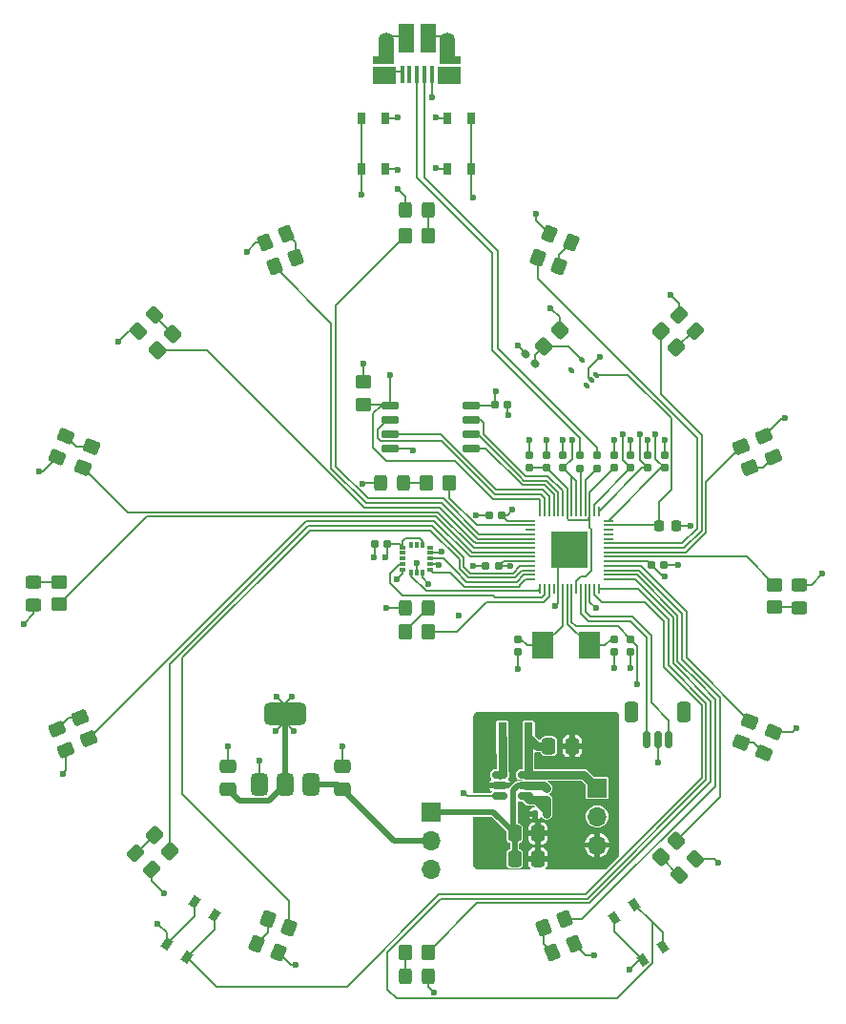
<source format=gbr>
%TF.GenerationSoftware,KiCad,Pcbnew,8.0.6*%
%TF.CreationDate,2024-11-26T17:38:28-05:00*%
%TF.ProjectId,Christmas Ornament 2024,43687269-7374-46d6-9173-204f726e616d,rev?*%
%TF.SameCoordinates,Original*%
%TF.FileFunction,Copper,L1,Top*%
%TF.FilePolarity,Positive*%
%FSLAX46Y46*%
G04 Gerber Fmt 4.6, Leading zero omitted, Abs format (unit mm)*
G04 Created by KiCad (PCBNEW 8.0.6) date 2024-11-26 17:38:28*
%MOMM*%
%LPD*%
G01*
G04 APERTURE LIST*
G04 Aperture macros list*
%AMRoundRect*
0 Rectangle with rounded corners*
0 $1 Rounding radius*
0 $2 $3 $4 $5 $6 $7 $8 $9 X,Y pos of 4 corners*
0 Add a 4 corners polygon primitive as box body*
4,1,4,$2,$3,$4,$5,$6,$7,$8,$9,$2,$3,0*
0 Add four circle primitives for the rounded corners*
1,1,$1+$1,$2,$3*
1,1,$1+$1,$4,$5*
1,1,$1+$1,$6,$7*
1,1,$1+$1,$8,$9*
0 Add four rect primitives between the rounded corners*
20,1,$1+$1,$2,$3,$4,$5,0*
20,1,$1+$1,$4,$5,$6,$7,0*
20,1,$1+$1,$6,$7,$8,$9,0*
20,1,$1+$1,$8,$9,$2,$3,0*%
%AMRotRect*
0 Rectangle, with rotation*
0 The origin of the aperture is its center*
0 $1 length*
0 $2 width*
0 $3 Rotation angle, in degrees counterclockwise*
0 Add horizontal line*
21,1,$1,$2,0,0,$3*%
G04 Aperture macros list end*
%TA.AperFunction,SMDPad,CuDef*%
%ADD10RoundRect,0.155000X-0.155000X0.212500X-0.155000X-0.212500X0.155000X-0.212500X0.155000X0.212500X0*%
%TD*%
%TA.AperFunction,SMDPad,CuDef*%
%ADD11RoundRect,0.250000X0.088388X-0.548008X0.548008X-0.088388X-0.088388X0.548008X-0.548008X0.088388X0*%
%TD*%
%TA.AperFunction,SMDPad,CuDef*%
%ADD12RoundRect,0.155000X0.155000X-0.212500X0.155000X0.212500X-0.155000X0.212500X-0.155000X-0.212500X0*%
%TD*%
%TA.AperFunction,SMDPad,CuDef*%
%ADD13RoundRect,0.250000X0.548008X0.088388X0.088388X0.548008X-0.548008X-0.088388X-0.088388X-0.548008X0*%
%TD*%
%TA.AperFunction,SMDPad,CuDef*%
%ADD14RoundRect,0.250000X0.450000X-0.350000X0.450000X0.350000X-0.450000X0.350000X-0.450000X-0.350000X0*%
%TD*%
%TA.AperFunction,SMDPad,CuDef*%
%ADD15RoundRect,0.150000X-0.650000X-0.150000X0.650000X-0.150000X0.650000X0.150000X-0.650000X0.150000X0*%
%TD*%
%TA.AperFunction,SMDPad,CuDef*%
%ADD16R,0.700000X1.000000*%
%TD*%
%TA.AperFunction,SMDPad,CuDef*%
%ADD17RoundRect,0.135000X-0.185000X0.135000X-0.185000X-0.135000X0.185000X-0.135000X0.185000X0.135000X0*%
%TD*%
%TA.AperFunction,SMDPad,CuDef*%
%ADD18RoundRect,0.150000X-0.150000X-0.625000X0.150000X-0.625000X0.150000X0.625000X-0.150000X0.625000X0*%
%TD*%
%TA.AperFunction,SMDPad,CuDef*%
%ADD19RoundRect,0.250000X-0.350000X-0.650000X0.350000X-0.650000X0.350000X0.650000X-0.350000X0.650000X0*%
%TD*%
%TA.AperFunction,SMDPad,CuDef*%
%ADD20RoundRect,0.250000X0.549685X-0.151150X0.281807X0.495565X-0.549685X0.151150X-0.281807X-0.495565X0*%
%TD*%
%TA.AperFunction,SMDPad,CuDef*%
%ADD21RoundRect,0.155000X0.212500X0.155000X-0.212500X0.155000X-0.212500X-0.155000X0.212500X-0.155000X0*%
%TD*%
%TA.AperFunction,SMDPad,CuDef*%
%ADD22RoundRect,0.135000X0.135000X0.185000X-0.135000X0.185000X-0.135000X-0.185000X0.135000X-0.185000X0*%
%TD*%
%TA.AperFunction,SMDPad,CuDef*%
%ADD23RoundRect,0.155000X-0.212500X-0.155000X0.212500X-0.155000X0.212500X0.155000X-0.212500X0.155000X0*%
%TD*%
%TA.AperFunction,SMDPad,CuDef*%
%ADD24RoundRect,0.250000X0.472468X0.291374X-0.128053X0.540118X-0.472468X-0.291374X0.128053X-0.540118X0*%
%TD*%
%TA.AperFunction,SMDPad,CuDef*%
%ADD25RoundRect,0.100000X0.229810X-0.088388X-0.088388X0.229810X-0.229810X0.088388X0.088388X-0.229810X0*%
%TD*%
%TA.AperFunction,SMDPad,CuDef*%
%ADD26RotRect,1.000000X0.700000X303.750000*%
%TD*%
%TA.AperFunction,SMDPad,CuDef*%
%ADD27RoundRect,0.150000X-0.512500X-0.150000X0.512500X-0.150000X0.512500X0.150000X-0.512500X0.150000X0*%
%TD*%
%TA.AperFunction,SMDPad,CuDef*%
%ADD28RoundRect,0.250000X0.540118X-0.128053X0.291374X0.472468X-0.540118X0.128053X-0.291374X-0.472468X0*%
%TD*%
%TA.AperFunction,SMDPad,CuDef*%
%ADD29RoundRect,0.250000X0.475000X-0.337500X0.475000X0.337500X-0.475000X0.337500X-0.475000X-0.337500X0*%
%TD*%
%TA.AperFunction,SMDPad,CuDef*%
%ADD30RoundRect,0.250000X-0.472468X-0.291374X0.128053X-0.540118X0.472468X0.291374X-0.128053X0.540118X0*%
%TD*%
%TA.AperFunction,SMDPad,CuDef*%
%ADD31RoundRect,0.250000X-0.088388X0.548008X-0.548008X0.088388X0.088388X-0.548008X0.548008X-0.088388X0*%
%TD*%
%TA.AperFunction,SMDPad,CuDef*%
%ADD32R,0.800000X2.700000*%
%TD*%
%TA.AperFunction,SMDPad,CuDef*%
%ADD33RoundRect,0.250000X-0.337500X-0.475000X0.337500X-0.475000X0.337500X0.475000X-0.337500X0.475000X0*%
%TD*%
%TA.AperFunction,SMDPad,CuDef*%
%ADD34RoundRect,0.250000X-0.325000X-0.450000X0.325000X-0.450000X0.325000X0.450000X-0.325000X0.450000X0*%
%TD*%
%TA.AperFunction,SMDPad,CuDef*%
%ADD35RoundRect,0.250000X-0.565685X-0.070711X-0.070711X-0.565685X0.565685X0.070711X0.070711X0.565685X0*%
%TD*%
%TA.AperFunction,SMDPad,CuDef*%
%ADD36RoundRect,0.250000X-0.281807X0.495565X-0.549685X-0.151150X0.281807X-0.495565X0.549685X0.151150X0*%
%TD*%
%TA.AperFunction,SMDPad,CuDef*%
%ADD37RoundRect,0.250000X0.070711X-0.565685X0.565685X-0.070711X-0.070711X0.565685X-0.565685X0.070711X0*%
%TD*%
%TA.AperFunction,SMDPad,CuDef*%
%ADD38RoundRect,0.160000X-0.160000X0.197500X-0.160000X-0.197500X0.160000X-0.197500X0.160000X0.197500X0*%
%TD*%
%TA.AperFunction,SMDPad,CuDef*%
%ADD39RoundRect,0.050000X-0.387500X-0.050000X0.387500X-0.050000X0.387500X0.050000X-0.387500X0.050000X0*%
%TD*%
%TA.AperFunction,SMDPad,CuDef*%
%ADD40RoundRect,0.050000X-0.050000X-0.387500X0.050000X-0.387500X0.050000X0.387500X-0.050000X0.387500X0*%
%TD*%
%TA.AperFunction,HeatsinkPad*%
%ADD41R,3.200000X3.200000*%
%TD*%
%TA.AperFunction,SMDPad,CuDef*%
%ADD42RoundRect,0.250000X0.128053X0.540118X-0.472468X0.291374X-0.128053X-0.540118X0.472468X-0.291374X0*%
%TD*%
%TA.AperFunction,SMDPad,CuDef*%
%ADD43RoundRect,0.250000X0.350000X0.450000X-0.350000X0.450000X-0.350000X-0.450000X0.350000X-0.450000X0*%
%TD*%
%TA.AperFunction,SMDPad,CuDef*%
%ADD44RoundRect,0.250000X-0.128053X-0.540118X0.472468X-0.291374X0.128053X0.540118X-0.472468X0.291374X0*%
%TD*%
%TA.AperFunction,SMDPad,CuDef*%
%ADD45RoundRect,0.250000X-0.548008X-0.088388X-0.088388X-0.548008X0.548008X0.088388X0.088388X0.548008X0*%
%TD*%
%TA.AperFunction,SMDPad,CuDef*%
%ADD46RoundRect,0.087500X-0.187500X-0.087500X0.187500X-0.087500X0.187500X0.087500X-0.187500X0.087500X0*%
%TD*%
%TA.AperFunction,SMDPad,CuDef*%
%ADD47RoundRect,0.087500X-0.087500X-0.187500X0.087500X-0.187500X0.087500X0.187500X-0.087500X0.187500X0*%
%TD*%
%TA.AperFunction,SMDPad,CuDef*%
%ADD48RoundRect,0.250000X0.450000X-0.325000X0.450000X0.325000X-0.450000X0.325000X-0.450000X-0.325000X0*%
%TD*%
%TA.AperFunction,SMDPad,CuDef*%
%ADD49R,1.900000X2.400000*%
%TD*%
%TA.AperFunction,SMDPad,CuDef*%
%ADD50RoundRect,0.250000X-0.350000X-0.450000X0.350000X-0.450000X0.350000X0.450000X-0.350000X0.450000X0*%
%TD*%
%TA.AperFunction,ComponentPad*%
%ADD51R,1.700000X1.700000*%
%TD*%
%TA.AperFunction,ComponentPad*%
%ADD52O,1.700000X1.700000*%
%TD*%
%TA.AperFunction,SMDPad,CuDef*%
%ADD53RoundRect,0.250000X-0.450000X0.325000X-0.450000X-0.325000X0.450000X-0.325000X0.450000X0.325000X0*%
%TD*%
%TA.AperFunction,SMDPad,CuDef*%
%ADD54RoundRect,0.250000X0.281807X-0.495565X0.549685X0.151150X-0.281807X0.495565X-0.549685X-0.151150X0*%
%TD*%
%TA.AperFunction,SMDPad,CuDef*%
%ADD55RoundRect,0.250000X-0.495565X-0.281807X0.151150X-0.549685X0.495565X0.281807X-0.151150X0.549685X0*%
%TD*%
%TA.AperFunction,SMDPad,CuDef*%
%ADD56RoundRect,0.250000X-0.070711X0.565685X-0.565685X0.070711X0.070711X-0.565685X0.565685X-0.070711X0*%
%TD*%
%TA.AperFunction,SMDPad,CuDef*%
%ADD57RoundRect,0.375000X0.375000X-0.625000X0.375000X0.625000X-0.375000X0.625000X-0.375000X-0.625000X0*%
%TD*%
%TA.AperFunction,SMDPad,CuDef*%
%ADD58RoundRect,0.500000X1.400000X-0.500000X1.400000X0.500000X-1.400000X0.500000X-1.400000X-0.500000X0*%
%TD*%
%TA.AperFunction,SMDPad,CuDef*%
%ADD59RoundRect,0.250000X0.291374X-0.472468X0.540118X0.128053X-0.291374X0.472468X-0.540118X-0.128053X0*%
%TD*%
%TA.AperFunction,SMDPad,CuDef*%
%ADD60RoundRect,0.250000X-0.151150X-0.549685X0.495565X-0.281807X0.151150X0.549685X-0.495565X0.281807X0*%
%TD*%
%TA.AperFunction,SMDPad,CuDef*%
%ADD61RoundRect,0.250000X-0.540118X0.128053X-0.291374X-0.472468X0.540118X-0.128053X0.291374X0.472468X0*%
%TD*%
%TA.AperFunction,SMDPad,CuDef*%
%ADD62RoundRect,0.250000X0.565685X0.070711X0.070711X0.565685X-0.565685X-0.070711X-0.070711X-0.565685X0*%
%TD*%
%TA.AperFunction,SMDPad,CuDef*%
%ADD63RoundRect,0.250000X0.325000X0.450000X-0.325000X0.450000X-0.325000X-0.450000X0.325000X-0.450000X0*%
%TD*%
%TA.AperFunction,SMDPad,CuDef*%
%ADD64RoundRect,0.225000X-0.225000X-0.250000X0.225000X-0.250000X0.225000X0.250000X-0.225000X0.250000X0*%
%TD*%
%TA.AperFunction,SMDPad,CuDef*%
%ADD65RoundRect,0.250000X-0.450000X0.350000X-0.450000X-0.350000X0.450000X-0.350000X0.450000X0.350000X0*%
%TD*%
%TA.AperFunction,SMDPad,CuDef*%
%ADD66R,0.400000X1.650000*%
%TD*%
%TA.AperFunction,SMDPad,CuDef*%
%ADD67R,1.825000X0.700000*%
%TD*%
%TA.AperFunction,SMDPad,CuDef*%
%ADD68R,2.000000X1.500000*%
%TD*%
%TA.AperFunction,ComponentPad*%
%ADD69O,1.350000X1.700000*%
%TD*%
%TA.AperFunction,SMDPad,CuDef*%
%ADD70R,1.350000X2.000000*%
%TD*%
%TA.AperFunction,ComponentPad*%
%ADD71O,1.100000X1.500000*%
%TD*%
%TA.AperFunction,SMDPad,CuDef*%
%ADD72R,1.430000X2.500000*%
%TD*%
%TA.AperFunction,SMDPad,CuDef*%
%ADD73RoundRect,0.250000X-0.291374X0.472468X-0.540118X-0.128053X0.291374X-0.472468X0.540118X0.128053X0*%
%TD*%
%TA.AperFunction,SMDPad,CuDef*%
%ADD74RoundRect,0.155000X0.259862X-0.040659X-0.040659X0.259862X-0.259862X0.040659X0.040659X-0.259862X0*%
%TD*%
%TA.AperFunction,SMDPad,CuDef*%
%ADD75RoundRect,0.250000X0.151150X0.549685X-0.495565X0.281807X-0.151150X-0.549685X0.495565X-0.281807X0*%
%TD*%
%TA.AperFunction,SMDPad,CuDef*%
%ADD76RoundRect,0.250000X0.495565X0.281807X-0.151150X0.549685X-0.495565X-0.281807X0.151150X-0.549685X0*%
%TD*%
%TA.AperFunction,SMDPad,CuDef*%
%ADD77RoundRect,0.250000X-0.549685X0.151150X-0.281807X-0.495565X0.549685X-0.151150X0.281807X0.495565X0*%
%TD*%
%TA.AperFunction,SMDPad,CuDef*%
%ADD78RotRect,1.000000X0.700000X236.250000*%
%TD*%
%TA.AperFunction,ViaPad*%
%ADD79C,0.600000*%
%TD*%
%TA.AperFunction,Conductor*%
%ADD80C,0.200000*%
%TD*%
%TA.AperFunction,Conductor*%
%ADD81C,0.500000*%
%TD*%
%TA.AperFunction,Conductor*%
%ADD82C,0.750000*%
%TD*%
G04 APERTURE END LIST*
D10*
%TO.P,C13,1*%
%TO.N,XTAL XOUT*%
X144500000Y-105567500D03*
%TO.P,C13,2*%
%TO.N,GND*%
X144500000Y-106702500D03*
%TD*%
D11*
%TO.P,D3,1,K*%
%TO.N,GND*%
X102275215Y-78224785D03*
%TO.P,D3,2,A*%
%TO.N,Net-(D3-A)*%
X103724785Y-76775215D03*
%TD*%
D12*
%TO.P,C2,1*%
%TO.N,+1V1*%
X144500000Y-90385000D03*
%TO.P,C2,2*%
%TO.N,GND*%
X144500000Y-89250000D03*
%TD*%
%TO.P,C10,1*%
%TO.N,+1V1*%
X138500000Y-90385000D03*
%TO.P,C10,2*%
%TO.N,GND*%
X138500000Y-89250000D03*
%TD*%
D13*
%TO.P,D6,1,K*%
%TO.N,GND*%
X103474785Y-125974785D03*
%TO.P,D6,2,A*%
%TO.N,Net-(D6-A)*%
X102025215Y-124525215D03*
%TD*%
D14*
%TO.P,R11,1*%
%TO.N,LED W*%
X95250000Y-102500001D03*
%TO.P,R11,2*%
%TO.N,Net-(D5-A)*%
X95250000Y-100499999D03*
%TD*%
D15*
%TO.P,U4,1,~{CS}*%
%TO.N,QSPI SS*%
X124650000Y-84845000D03*
%TO.P,U4,2,DO(IO1)*%
%TO.N,QSPI SD1*%
X124650000Y-86115000D03*
%TO.P,U4,3,IO2*%
%TO.N,QSPI SD2*%
X124650000Y-87385000D03*
%TO.P,U4,4,GND*%
%TO.N,GND*%
X124650000Y-88655000D03*
%TO.P,U4,5,DI(IO0)*%
%TO.N,QSPI SD0*%
X131850000Y-88655000D03*
%TO.P,U4,6,CLK*%
%TO.N,QSPI SCLK*%
X131850000Y-87385000D03*
%TO.P,U4,7,IO3*%
%TO.N,QSPI SD3*%
X131850000Y-86115000D03*
%TO.P,U4,8,VCC*%
%TO.N,+3V3*%
X131850000Y-84845000D03*
%TD*%
D16*
%TO.P,SW1,1,1*%
%TO.N,+3V3*%
X129709999Y-63845001D03*
%TO.P,SW1,2,2*%
X129709999Y-59345001D03*
%TO.P,SW1,3,K*%
%TO.N,Net-(SW1-A)*%
X131859999Y-63845001D03*
%TO.P,SW1,4,A*%
X131859999Y-59345001D03*
%TD*%
D17*
%TO.P,R3,1*%
%TO.N,+5C*%
X138520000Y-118790000D03*
%TO.P,R3,2*%
%TO.N,Net-(U5-V_{FB})*%
X138520000Y-119810000D03*
%TD*%
D18*
%TO.P,J2,1,Pin_1*%
%TO.N,SWCLK*%
X147400000Y-114525000D03*
%TO.P,J2,2,Pin_2*%
%TO.N,GND*%
X148400000Y-114525000D03*
%TO.P,J2,3,Pin_3*%
%TO.N,SWD*%
X149400000Y-114525000D03*
D19*
%TO.P,J2,MP*%
%TO.N,N/C*%
X146100000Y-112000000D03*
X150700000Y-112000000D03*
%TD*%
D20*
%TO.P,R13,1*%
%TO.N,LED WSW*%
X97882684Y-114423880D03*
%TO.P,R13,2*%
%TO.N,Net-(D7-A)*%
X97117316Y-112576120D03*
%TD*%
D21*
%TO.P,C19,1*%
%TO.N,+3V3*%
X124392500Y-97155000D03*
%TO.P,C19,2*%
%TO.N,GND*%
X123257500Y-97155000D03*
%TD*%
D22*
%TO.P,R4,1*%
%TO.N,Net-(U5-V_{FB})*%
X138530000Y-121050000D03*
%TO.P,R4,2*%
%TO.N,GND*%
X137510000Y-121050000D03*
%TD*%
D21*
%TO.P,C9,1*%
%TO.N,+3V3*%
X134567500Y-94567500D03*
%TO.P,C9,2*%
%TO.N,GND*%
X133432500Y-94567500D03*
%TD*%
D23*
%TO.P,C6,1*%
%TO.N,+3V3*%
X147832500Y-99000000D03*
%TO.P,C6,2*%
%TO.N,GND*%
X148967500Y-99000000D03*
%TD*%
D24*
%TO.P,D8,1,K*%
%TO.N,GND*%
X114696977Y-133392251D03*
%TO.P,D8,2,A*%
%TO.N,Net-(D8-A)*%
X112803023Y-132607749D03*
%TD*%
D25*
%TO.P,U6,1,NC*%
%TO.N,unconnected-(U6-NC-Pad1)*%
X142042681Y-83041523D03*
%TO.P,U6,2,GND*%
%TO.N,GND*%
X142502298Y-82581903D03*
%TO.P,U6,3,Vout*%
%TO.N,TMP235 Out*%
X142961919Y-82122284D03*
%TO.P,U6,4,Vdd*%
%TO.N,Net-(U6-Vdd)*%
X141618415Y-80778781D03*
%TO.P,U6,5,NC*%
%TO.N,unconnected-(U6-NC-Pad5)*%
X140699177Y-81698020D03*
%TD*%
D26*
%TO.P,SW4,1,1*%
%TO.N,BUTTON 2*%
X146349583Y-129090066D03*
%TO.P,SW4,2,2*%
X148849649Y-132831679D03*
%TO.P,SW4,3,K*%
%TO.N,GND*%
X144561923Y-130284542D03*
%TO.P,SW4,4,A*%
X147061990Y-134026156D03*
%TD*%
D27*
%TO.P,U5,1,SW*%
%TO.N,Net-(U5-SW)*%
X134382500Y-117600000D03*
%TO.P,U5,2,GND*%
%TO.N,GND*%
X134382500Y-118550000D03*
%TO.P,U5,3,EN*%
%TO.N,+BATT*%
X134382500Y-119500000D03*
%TO.P,U5,4,V_{FB}*%
%TO.N,Net-(U5-V_{FB})*%
X136657500Y-119500000D03*
%TO.P,U5,5,V_{OUT}*%
%TO.N,+5C*%
X136657500Y-118550000D03*
%TO.P,U5,6,V_{IN}*%
%TO.N,+BATT*%
X136657500Y-117600000D03*
%TD*%
D28*
%TO.P,D7,1,K*%
%TO.N,GND*%
X95892251Y-115446977D03*
%TO.P,D7,2,A*%
%TO.N,Net-(D7-A)*%
X95107749Y-113553023D03*
%TD*%
D29*
%TO.P,C18,1*%
%TO.N,+5ish*%
X120396000Y-118893500D03*
%TO.P,C18,2*%
%TO.N,GND*%
X120396000Y-116818500D03*
%TD*%
D30*
%TO.P,D16,1,K*%
%TO.N,GND*%
X138803023Y-69607749D03*
%TO.P,D16,2,A*%
%TO.N,Net-(D16-A)*%
X140696977Y-70392251D03*
%TD*%
D31*
%TO.P,D10,1,K*%
%TO.N,GND*%
X151724785Y-125025215D03*
%TO.P,D10,2,A*%
%TO.N,Net-(D10-A)*%
X150275215Y-126474785D03*
%TD*%
D32*
%TO.P,L1,1*%
%TO.N,+BATT*%
X136920000Y-114300000D03*
%TO.P,L1,2*%
%TO.N,Net-(U5-SW)*%
X134620000Y-114300000D03*
%TD*%
D12*
%TO.P,C12,1*%
%TO.N,+3V3*%
X149000000Y-90385000D03*
%TO.P,C12,2*%
%TO.N,GND*%
X149000000Y-89250000D03*
%TD*%
D33*
%TO.P,C17,1*%
%TO.N,+5C*%
X135695000Y-125050000D03*
%TO.P,C17,2*%
%TO.N,GND*%
X137770000Y-125050000D03*
%TD*%
D34*
%TO.P,D17,1,K*%
%TO.N,GND*%
X125975000Y-102800000D03*
%TO.P,D17,2,A*%
%TO.N,Net-(D17-A)*%
X128025000Y-102800000D03*
%TD*%
D35*
%TO.P,R18,1*%
%TO.N,LED NE*%
X148644893Y-78286893D03*
%TO.P,R18,2*%
%TO.N,Net-(D12-A)*%
X150059107Y-79701107D03*
%TD*%
D36*
%TO.P,R20,1*%
%TO.N,LED ESE*%
X156592684Y-112868120D03*
%TO.P,R20,2*%
%TO.N,Net-(D14-A)*%
X155827316Y-114715880D03*
%TD*%
D37*
%TO.P,R8,1*%
%TO.N,Net-(U6-Vdd)*%
X138292892Y-79607107D03*
%TO.P,R8,2*%
%TO.N,+3V3*%
X139707108Y-78192893D03*
%TD*%
D38*
%TO.P,R2,1*%
%TO.N,Net-(J1-D-)*%
X143000000Y-89220000D03*
%TO.P,R2,2*%
%TO.N,Net-(U1-USB_DM)*%
X143000000Y-90415000D03*
%TD*%
D39*
%TO.P,U1,1,IOVDD*%
%TO.N,+3V3*%
X137125000Y-95067500D03*
%TO.P,U1,2,GPIO0*%
%TO.N,Net-(U1-GPIO0)*%
X137125000Y-95467500D03*
%TO.P,U1,3,GPIO1*%
%TO.N,unconnected-(U1-GPIO1-Pad3)*%
X137125000Y-95867500D03*
%TO.P,U1,4,GPIO2*%
%TO.N,LED N*%
X137125000Y-96267500D03*
%TO.P,U1,5,GPIO3*%
%TO.N,LED NNW*%
X137125000Y-96667500D03*
%TO.P,U1,6,GPIO4*%
%TO.N,LED NW*%
X137125000Y-97067500D03*
%TO.P,U1,7,GPIO5*%
%TO.N,LED WNW*%
X137125000Y-97467500D03*
%TO.P,U1,8,GPIO6*%
%TO.N,LED W*%
X137125000Y-97867500D03*
%TO.P,U1,9,GPIO7*%
%TO.N,LED WSW*%
X137125000Y-98267500D03*
%TO.P,U1,10,IOVDD*%
%TO.N,+3V3*%
X137125000Y-98667500D03*
%TO.P,U1,11,GPIO8*%
%TO.N,LED SW*%
X137125000Y-99067500D03*
%TO.P,U1,12,GPIO9*%
%TO.N,LED SSW*%
X137125000Y-99467500D03*
%TO.P,U1,13,GPIO10*%
%TO.N,LIS3DH INT1*%
X137125000Y-99867500D03*
%TO.P,U1,14,GPIO11*%
%TO.N,LIS3DH INT2*%
X137125000Y-100267500D03*
D40*
%TO.P,U1,15,GPIO12*%
%TO.N,I2C SDA*%
X137962500Y-101105000D03*
%TO.P,U1,16,GPIO13*%
%TO.N,I2C SCL*%
X138362500Y-101105000D03*
%TO.P,U1,17,GPIO14*%
%TO.N,LED MID*%
X138762500Y-101105000D03*
%TO.P,U1,18,GPIO15*%
%TO.N,unconnected-(U1-GPIO15-Pad18)*%
X139162500Y-101105000D03*
%TO.P,U1,19,TESTEN*%
%TO.N,GND*%
X139562500Y-101105000D03*
%TO.P,U1,20,XIN*%
%TO.N,XTAL XIN*%
X139962500Y-101105000D03*
%TO.P,U1,21,XOUT*%
%TO.N,XTAL XOUT*%
X140362500Y-101105000D03*
%TO.P,U1,22,IOVDD*%
%TO.N,+3V3*%
X140762500Y-101105000D03*
%TO.P,U1,23,DVDD*%
%TO.N,+1V1*%
X141162500Y-101105000D03*
%TO.P,U1,24,SWCLK*%
%TO.N,SWCLK*%
X141562500Y-101105000D03*
%TO.P,U1,25,SWD*%
%TO.N,SWD*%
X141962500Y-101105000D03*
%TO.P,U1,26,RUN*%
%TO.N,Net-(SW1-A)*%
X142362500Y-101105000D03*
%TO.P,U1,27,GPIO16*%
%TO.N,BUTTON 1*%
X142762500Y-101105000D03*
%TO.P,U1,28,GPIO17*%
%TO.N,BUTTON 2*%
X143162500Y-101105000D03*
D39*
%TO.P,U1,29,GPIO18*%
%TO.N,LED S*%
X144000000Y-100267500D03*
%TO.P,U1,30,GPIO19*%
%TO.N,LED SSE*%
X144000000Y-99867500D03*
%TO.P,U1,31,GPIO20*%
%TO.N,LED SE*%
X144000000Y-99467500D03*
%TO.P,U1,32,GPIO21*%
%TO.N,LED ESE*%
X144000000Y-99067500D03*
%TO.P,U1,33,IOVDD*%
%TO.N,+3V3*%
X144000000Y-98667500D03*
%TO.P,U1,34,GPIO22*%
%TO.N,LED E*%
X144000000Y-98267500D03*
%TO.P,U1,35,GPIO23*%
%TO.N,LED ENE*%
X144000000Y-97867500D03*
%TO.P,U1,36,GPIO24*%
%TO.N,LED NE*%
X144000000Y-97467500D03*
%TO.P,U1,37,GPIO25*%
%TO.N,LED NNE*%
X144000000Y-97067500D03*
%TO.P,U1,38,GPIO26_ADC0*%
%TO.N,unconnected-(U1-GPIO26_ADC0-Pad38)*%
X144000000Y-96667500D03*
%TO.P,U1,39,GPIO27_ADC1*%
%TO.N,unconnected-(U1-GPIO27_ADC1-Pad39)*%
X144000000Y-96267500D03*
%TO.P,U1,40,GPIO28_ADC2*%
%TO.N,unconnected-(U1-GPIO28_ADC2-Pad40)*%
X144000000Y-95867500D03*
%TO.P,U1,41,GPIO29_ADC3*%
%TO.N,TMP235 Out*%
X144000000Y-95467500D03*
%TO.P,U1,42,IOVDD*%
%TO.N,+3V3*%
X144000000Y-95067500D03*
D40*
%TO.P,U1,43,ADC_AVDD*%
X143162500Y-94230000D03*
%TO.P,U1,44,VREG_IN*%
X142762500Y-94230000D03*
%TO.P,U1,45,VREG_VOUT*%
%TO.N,+1V1*%
X142362500Y-94230000D03*
%TO.P,U1,46,USB_DM*%
%TO.N,Net-(U1-USB_DM)*%
X141962500Y-94230000D03*
%TO.P,U1,47,USB_DP*%
%TO.N,Net-(U1-USB_DP)*%
X141562500Y-94230000D03*
%TO.P,U1,48,USB_VDD*%
%TO.N,+3V3*%
X141162500Y-94230000D03*
%TO.P,U1,49,IOVDD*%
X140762500Y-94230000D03*
%TO.P,U1,50,DVDD*%
%TO.N,+1V1*%
X140362500Y-94230000D03*
%TO.P,U1,51,QSPI_SD3*%
%TO.N,QSPI SD3*%
X139962500Y-94230000D03*
%TO.P,U1,52,QSPI_SCLK*%
%TO.N,QSPI SCLK*%
X139562500Y-94230000D03*
%TO.P,U1,53,QSPI_SD0*%
%TO.N,QSPI SD0*%
X139162500Y-94230000D03*
%TO.P,U1,54,QSPI_SD2*%
%TO.N,QSPI SD2*%
X138762500Y-94230000D03*
%TO.P,U1,55,QSPI_SD1*%
%TO.N,QSPI SD1*%
X138362500Y-94230000D03*
%TO.P,U1,56,QSPI_SS*%
%TO.N,QSPI SS*%
X137962500Y-94230000D03*
D41*
%TO.P,U1,57,GND*%
%TO.N,GND*%
X140562500Y-97667500D03*
%TD*%
D42*
%TO.P,D13,1,K*%
%TO.N,GND*%
X140946977Y-132607749D03*
%TO.P,D13,2,A*%
%TO.N,Net-(D13-A)*%
X139053023Y-133392251D03*
%TD*%
D43*
%TO.P,R23,1*%
%TO.N,LED MID*%
X128000000Y-104902001D03*
%TO.P,R23,2*%
%TO.N,Net-(D17-A)*%
X126000000Y-104902001D03*
%TD*%
%TO.P,R24,1*%
%TO.N,Net-(U1-GPIO0)*%
X129900000Y-91700000D03*
%TO.P,R24,2*%
%TO.N,Net-(D18-A)*%
X127900000Y-91700000D03*
%TD*%
D44*
%TO.P,D2,1,K*%
%TO.N,GND*%
X113553023Y-70392251D03*
%TO.P,D2,2,A*%
%TO.N,Net-(D2-A)*%
X115446977Y-69607749D03*
%TD*%
D38*
%TO.P,R1,1*%
%TO.N,Net-(J1-D+)*%
X141500000Y-89220000D03*
%TO.P,R1,2*%
%TO.N,Net-(U1-USB_DP)*%
X141500000Y-90415000D03*
%TD*%
D45*
%TO.P,D12,1,K*%
%TO.N,GND*%
X150275215Y-76775215D03*
%TO.P,D12,2,A*%
%TO.N,Net-(D12-A)*%
X151724785Y-78224785D03*
%TD*%
D46*
%TO.P,U2,1,VDD_IO*%
%TO.N,+3V3*%
X125775000Y-97425000D03*
%TO.P,U2,2,NC*%
%TO.N,unconnected-(U2-NC-Pad2)*%
X125775000Y-97925000D03*
%TO.P,U2,3,NC*%
%TO.N,unconnected-(U2-NC-Pad3)*%
X125775000Y-98425000D03*
%TO.P,U2,4,SPC*%
%TO.N,I2C SCL*%
X125775000Y-98925000D03*
%TO.P,U2,5,GND*%
%TO.N,GND*%
X125775000Y-99425000D03*
D47*
%TO.P,U2,6,SDI*%
%TO.N,I2C SDA*%
X126500000Y-99650000D03*
%TO.P,U2,7,SDO*%
%TO.N,Net-(JP1-B)*%
X127000000Y-99650000D03*
%TO.P,U2,8,CS*%
%TO.N,+3V3*%
X127500000Y-99650000D03*
D46*
%TO.P,U2,9,INT2*%
%TO.N,LIS3DH INT2*%
X128225000Y-99425000D03*
%TO.P,U2,10,GND*%
%TO.N,GND*%
X128225000Y-98925000D03*
%TO.P,U2,11,INT1*%
%TO.N,LIS3DH INT1*%
X128225000Y-98425000D03*
%TO.P,U2,12,GND*%
%TO.N,GND*%
X128225000Y-97925000D03*
%TO.P,U2,13,ADC3*%
%TO.N,unconnected-(U2-ADC3-Pad13)*%
X128225000Y-97425000D03*
D47*
%TO.P,U2,14,VDD*%
%TO.N,+3V3*%
X127500000Y-97200000D03*
%TO.P,U2,15,ADC2*%
%TO.N,unconnected-(U2-ADC2-Pad15)*%
X127000000Y-97200000D03*
%TO.P,U2,16,ADC1*%
%TO.N,unconnected-(U2-ADC1-Pad16)*%
X126500000Y-97200000D03*
%TD*%
D48*
%TO.P,D5,1,K*%
%TO.N,GND*%
X93000000Y-102525001D03*
%TO.P,D5,2,A*%
%TO.N,Net-(D5-A)*%
X93000000Y-100474999D03*
%TD*%
D34*
%TO.P,D1,1,K*%
%TO.N,GND*%
X125975000Y-67500000D03*
%TO.P,D1,2,A*%
%TO.N,Net-(D1-A)*%
X128025000Y-67500000D03*
%TD*%
D23*
%TO.P,C20,1*%
%TO.N,+3V3*%
X133932500Y-84750000D03*
%TO.P,C20,2*%
%TO.N,GND*%
X135067500Y-84750000D03*
%TD*%
D10*
%TO.P,C14,1*%
%TO.N,XTAL XIN*%
X136000000Y-105567500D03*
%TO.P,C14,2*%
%TO.N,GND*%
X136000000Y-106702500D03*
%TD*%
D49*
%TO.P,Y1,1,1*%
%TO.N,XTAL XOUT*%
X142300000Y-106135000D03*
%TO.P,Y1,2,2*%
%TO.N,XTAL XIN*%
X138200000Y-106135000D03*
%TD*%
D21*
%TO.P,C8,1*%
%TO.N,+3V3*%
X134267500Y-99100000D03*
%TO.P,C8,2*%
%TO.N,GND*%
X133132500Y-99100000D03*
%TD*%
D50*
%TO.P,R5,1*%
%TO.N,LED N*%
X125999999Y-69750000D03*
%TO.P,R5,2*%
%TO.N,Net-(D1-A)*%
X128000001Y-69750000D03*
%TD*%
D14*
%TO.P,R6,1*%
%TO.N,QSPI SS*%
X122250000Y-84750000D03*
%TO.P,R6,2*%
%TO.N,+3V3*%
X122250000Y-82750000D03*
%TD*%
D51*
%TO.P,J4,1,Pin_1*%
%TO.N,+5C*%
X128270000Y-120904000D03*
D52*
%TO.P,J4,2,Pin_2*%
%TO.N,+5ish*%
X128270000Y-123444000D03*
%TO.P,J4,3,Pin_3*%
%TO.N,+5V*%
X128270000Y-125984000D03*
%TD*%
D34*
%TO.P,D18,1,K*%
%TO.N,GND*%
X123775000Y-91700000D03*
%TO.P,D18,2,A*%
%TO.N,Net-(D18-A)*%
X125825000Y-91700000D03*
%TD*%
D53*
%TO.P,D11,1,K*%
%TO.N,GND*%
X161000000Y-100724999D03*
%TO.P,D11,2,A*%
%TO.N,Net-(D11-A)*%
X161000000Y-102775001D03*
%TD*%
D51*
%TO.P,J5,1,Pin_1*%
%TO.N,+BATT*%
X143020000Y-118760000D03*
D52*
%TO.P,J5,2,Pin_2*%
%TO.N,unconnected-(J5-Pin_2-Pad2)*%
X143020000Y-121300000D03*
%TO.P,J5,3,Pin_3*%
%TO.N,GND*%
X143020000Y-123840000D03*
%TD*%
D33*
%TO.P,C16,1*%
%TO.N,+5C*%
X135695000Y-122800000D03*
%TO.P,C16,2*%
%TO.N,GND*%
X137770000Y-122800000D03*
%TD*%
D54*
%TO.P,R10,1*%
%TO.N,LED WNW*%
X97407316Y-90331880D03*
%TO.P,R10,2*%
%TO.N,Net-(D4-A)*%
X98172684Y-88484120D03*
%TD*%
D43*
%TO.P,R15,1*%
%TO.N,LED S*%
X128000001Y-133350000D03*
%TO.P,R15,2*%
%TO.N,Net-(D9-A)*%
X125999999Y-133350000D03*
%TD*%
D29*
%TO.P,C3,1*%
%TO.N,+3V3*%
X110236000Y-118893500D03*
%TO.P,C3,2*%
%TO.N,GND*%
X110236000Y-116818500D03*
%TD*%
D55*
%TO.P,R22,1*%
%TO.N,LED NNE*%
X137760120Y-71753317D03*
%TO.P,R22,2*%
%TO.N,Net-(D16-A)*%
X139607880Y-72518683D03*
%TD*%
D56*
%TO.P,R16,1*%
%TO.N,LED SE*%
X150059107Y-123498893D03*
%TO.P,R16,2*%
%TO.N,Net-(D10-A)*%
X148644893Y-124913107D03*
%TD*%
D57*
%TO.P,U3,1,GND*%
%TO.N,GND*%
X113016000Y-118466000D03*
%TO.P,U3,2,VO*%
%TO.N,+3V3*%
X115316000Y-118466001D03*
D58*
X115316000Y-112165999D03*
D57*
%TO.P,U3,3,VI*%
%TO.N,+5ish*%
X117616000Y-118466001D03*
%TD*%
D59*
%TO.P,D4,1,K*%
%TO.N,GND*%
X95107749Y-89446977D03*
%TO.P,D4,2,A*%
%TO.N,Net-(D4-A)*%
X95892251Y-87553023D03*
%TD*%
D37*
%TO.P,R9,1*%
%TO.N,LED NW*%
X103940893Y-79955107D03*
%TO.P,R9,2*%
%TO.N,Net-(D3-A)*%
X105355107Y-78540893D03*
%TD*%
D60*
%TO.P,R7,1*%
%TO.N,LED NNW*%
X114392120Y-72518683D03*
%TO.P,R7,2*%
%TO.N,Net-(D2-A)*%
X116239880Y-71753317D03*
%TD*%
D12*
%TO.P,C4,1*%
%TO.N,+3V3*%
X146000000Y-90385000D03*
%TO.P,C4,2*%
%TO.N,GND*%
X146000000Y-89250000D03*
%TD*%
D61*
%TO.P,D15,1,K*%
%TO.N,GND*%
X157857749Y-87553023D03*
%TO.P,D15,2,A*%
%TO.N,Net-(D15-A)*%
X158642251Y-89446977D03*
%TD*%
D12*
%TO.P,C1,1*%
%TO.N,+3V3*%
X140000000Y-90385000D03*
%TO.P,C1,2*%
%TO.N,GND*%
X140000000Y-89250000D03*
%TD*%
D33*
%TO.P,C15,1*%
%TO.N,+BATT*%
X138732500Y-115050000D03*
%TO.P,C15,2*%
%TO.N,GND*%
X140807500Y-115050000D03*
%TD*%
D62*
%TO.P,R12,1*%
%TO.N,LED SW*%
X105101107Y-124405107D03*
%TO.P,R12,2*%
%TO.N,Net-(D6-A)*%
X103686893Y-122990893D03*
%TD*%
D63*
%TO.P,D9,1,K*%
%TO.N,GND*%
X128025001Y-135500000D03*
%TO.P,D9,2,A*%
%TO.N,Net-(D9-A)*%
X125974999Y-135500000D03*
%TD*%
D64*
%TO.P,C21,1*%
%TO.N,TMP235 Out*%
X148475000Y-95500000D03*
%TO.P,C21,2*%
%TO.N,GND*%
X150025000Y-95500000D03*
%TD*%
D65*
%TO.P,R17,1*%
%TO.N,LED E*%
X158750000Y-100749999D03*
%TO.P,R17,2*%
%TO.N,Net-(D11-A)*%
X158750000Y-102750001D03*
%TD*%
D66*
%TO.P,J1,1,VBUS*%
%TO.N,+5V*%
X128325000Y-55440000D03*
%TO.P,J1,2,D-*%
%TO.N,Net-(J1-D-)*%
X127675000Y-55440000D03*
%TO.P,J1,3,D+*%
%TO.N,Net-(J1-D+)*%
X127025000Y-55439999D03*
%TO.P,J1,4,ID*%
%TO.N,unconnected-(J1-ID-Pad4)*%
X126374999Y-55440001D03*
%TO.P,J1,5,GND*%
%TO.N,GND*%
X125725000Y-55440000D03*
D67*
%TO.P,J1,6,Shield*%
X129975000Y-54240000D03*
D68*
X129874999Y-55539999D03*
D69*
X129755000Y-52560000D03*
D70*
X129754999Y-53490000D03*
D71*
X129444999Y-55559999D03*
D72*
X127985000Y-52290000D03*
X126065000Y-52290000D03*
D71*
X124605000Y-55560000D03*
D69*
X124295000Y-52560000D03*
D70*
X124275000Y-53490000D03*
D68*
X124125000Y-55560000D03*
D67*
X124025000Y-54240000D03*
%TD*%
D12*
%TO.P,C5,1*%
%TO.N,+3V3*%
X147500000Y-90385000D03*
%TO.P,C5,2*%
%TO.N,GND*%
X147500000Y-89250000D03*
%TD*%
D10*
%TO.P,C7,1*%
%TO.N,+3V3*%
X146000000Y-105567500D03*
%TO.P,C7,2*%
%TO.N,GND*%
X146000000Y-106702500D03*
%TD*%
D73*
%TO.P,D14,1,K*%
%TO.N,GND*%
X158642251Y-113803023D03*
%TO.P,D14,2,A*%
%TO.N,Net-(D14-A)*%
X157857749Y-115696977D03*
%TD*%
D74*
%TO.P,C22,1*%
%TO.N,Net-(U6-Vdd)*%
X137501283Y-81101283D03*
%TO.P,C22,2*%
%TO.N,GND*%
X136698717Y-80298717D03*
%TD*%
D16*
%TO.P,SW2,1,1*%
%TO.N,QSPI SS*%
X122089999Y-63845001D03*
%TO.P,SW2,2,2*%
X122089999Y-59345001D03*
%TO.P,SW2,3,K*%
%TO.N,GND*%
X124239999Y-63845001D03*
%TO.P,SW2,4,A*%
X124239999Y-59345001D03*
%TD*%
D75*
%TO.P,R19,1*%
%TO.N,LED SSE*%
X140115880Y-130427316D03*
%TO.P,R19,2*%
%TO.N,Net-(D13-A)*%
X138268120Y-131192684D03*
%TD*%
D12*
%TO.P,C11,1*%
%TO.N,+1V1*%
X137000000Y-90385000D03*
%TO.P,C11,2*%
%TO.N,GND*%
X137000000Y-89250000D03*
%TD*%
D76*
%TO.P,R14,1*%
%TO.N,LED SSW*%
X115673880Y-131192684D03*
%TO.P,R14,2*%
%TO.N,Net-(D8-A)*%
X113826120Y-130427316D03*
%TD*%
D77*
%TO.P,R21,1*%
%TO.N,LED ENE*%
X155827316Y-88484120D03*
%TO.P,R21,2*%
%TO.N,Net-(D15-A)*%
X156592684Y-90331880D03*
%TD*%
D78*
%TO.P,SW3,1,1*%
%TO.N,BUTTON 1*%
X109098650Y-130058319D03*
%TO.P,SW3,2,2*%
X106598584Y-133799932D03*
%TO.P,SW3,3,K*%
%TO.N,GND*%
X107310990Y-128863843D03*
%TO.P,SW3,4,A*%
X104810923Y-132605458D03*
%TD*%
D79*
%TO.N,GND*%
X128550000Y-136900000D03*
X142750000Y-133650000D03*
X153800000Y-125400000D03*
X160750000Y-113450000D03*
X163000000Y-99750000D03*
X159700000Y-85950000D03*
X125350000Y-65650000D03*
%TO.N,+3V3*%
X114500000Y-113700000D03*
X134000000Y-83600000D03*
X116100000Y-113700000D03*
X146600000Y-109600000D03*
X122300000Y-81100000D03*
X124206000Y-98298000D03*
X140800000Y-87900000D03*
X146800000Y-87400000D03*
X138900000Y-76200000D03*
X128700000Y-59300000D03*
X114600000Y-110700000D03*
X148200000Y-87400000D03*
X145300000Y-87400000D03*
X115900000Y-110700000D03*
X128700000Y-63800000D03*
X128036549Y-100663451D03*
X149000000Y-100000000D03*
X135500000Y-94100000D03*
X135300000Y-99100000D03*
%TO.N,GND*%
X116300000Y-134500000D03*
X140562500Y-97667500D03*
X136000000Y-108200000D03*
X149000000Y-87900000D03*
X92100000Y-104200000D03*
X129000000Y-99025000D03*
X132300000Y-94600000D03*
X130700000Y-103500000D03*
X150200000Y-98982500D03*
X129186403Y-97825000D03*
X143300000Y-80500000D03*
X124300000Y-102800000D03*
X104600000Y-128100000D03*
X138500000Y-87900000D03*
X120396000Y-115062000D03*
X132000000Y-99100000D03*
X139562500Y-98700000D03*
X95600000Y-117500000D03*
X140000000Y-87900000D03*
X135100000Y-85700000D03*
X125200000Y-100300000D03*
X136000000Y-79500000D03*
X125300000Y-59300000D03*
X151300000Y-95500000D03*
X147500000Y-87900000D03*
X144500000Y-108100000D03*
X139300000Y-102600000D03*
X104000000Y-130800000D03*
X146000000Y-108100000D03*
X111900000Y-71200000D03*
X125300000Y-63900000D03*
X149500000Y-75000000D03*
X144500000Y-87900000D03*
X137600000Y-67800000D03*
X93500000Y-90700000D03*
X123200000Y-98300000D03*
X122200000Y-91800000D03*
X100500000Y-79200000D03*
X146000000Y-87900000D03*
X110236000Y-115062000D03*
X113030000Y-116332000D03*
X137000000Y-87900000D03*
X126700000Y-88800000D03*
X145900000Y-134900000D03*
X148450000Y-116550000D03*
%TO.N,+BATT*%
X131200000Y-119200000D03*
%TO.N,+5V*%
X128400000Y-57500000D03*
%TO.N,Net-(JP1-B)*%
X127000000Y-98806000D03*
%TO.N,QSPI SS*%
X122100000Y-66100000D03*
X124600000Y-82100000D03*
%TO.N,Net-(SW1-A)*%
X142900000Y-102800000D03*
X132000000Y-66400000D03*
%TD*%
D80*
%TO.N,GND*%
X128025001Y-136375001D02*
X128550000Y-136900000D01*
X128025001Y-135500000D02*
X128025001Y-136375001D01*
%TO.N,BUTTON 2*%
X144781785Y-137450000D02*
X147930789Y-134300996D01*
X125200000Y-137450000D02*
X144781785Y-137450000D01*
X124400000Y-136650000D02*
X125200000Y-137450000D01*
X147930789Y-134300996D02*
X147930789Y-130671272D01*
X124400000Y-133365256D02*
X124400000Y-136650000D01*
X125607628Y-132157628D02*
X124400000Y-133365256D01*
X129165255Y-128600000D02*
X125607628Y-132157628D01*
X142134314Y-128600000D02*
X129165255Y-128600000D01*
X152700000Y-118034314D02*
X142134314Y-128600000D01*
X152700000Y-111238178D02*
X152700000Y-118034314D01*
X149358619Y-107896797D02*
X152700000Y-111238178D01*
X146659494Y-101105000D02*
X149358619Y-103804125D01*
X143162500Y-101105000D02*
X146659494Y-101105000D01*
X149358619Y-103804125D02*
X149358619Y-107896797D01*
%TO.N,GND*%
X141989228Y-133650000D02*
X142750000Y-133650000D01*
X140946977Y-132607749D02*
X141989228Y-133650000D01*
X153425215Y-125025215D02*
X153800000Y-125400000D01*
X151724785Y-125025215D02*
X153425215Y-125025215D01*
X160396977Y-113803023D02*
X160750000Y-113450000D01*
X158642251Y-113803023D02*
X160396977Y-113803023D01*
X162025001Y-100724999D02*
X163000000Y-99750000D01*
X161000000Y-100724999D02*
X162025001Y-100724999D01*
X159460772Y-85950000D02*
X159700000Y-85950000D01*
X157857749Y-87553023D02*
X159460772Y-85950000D01*
X125975000Y-66275000D02*
X125350000Y-65650000D01*
X125975000Y-67500000D02*
X125975000Y-66275000D01*
%TO.N,+3V3*%
X145300000Y-89685000D02*
X145300000Y-87400000D01*
D81*
X111258500Y-119916000D02*
X113866001Y-119916000D01*
D80*
X143162500Y-94230000D02*
X147007500Y-90385000D01*
X146000000Y-105567500D02*
X146610000Y-106177500D01*
X115316000Y-111284000D02*
X115900000Y-110700000D01*
X128745001Y-59345001D02*
X128700000Y-59300000D01*
D81*
X113866001Y-119916000D02*
X115316000Y-118466001D01*
D80*
X140762500Y-91147500D02*
X140000000Y-90385000D01*
D81*
X110236000Y-118893500D02*
X111258500Y-119916000D01*
D80*
X140762500Y-104031814D02*
X141149093Y-104418407D01*
X127500000Y-96874568D02*
X127250432Y-96625000D01*
X139707108Y-77007108D02*
X138900000Y-76200000D01*
X142762500Y-94230000D02*
X142762500Y-93622500D01*
X137125000Y-95067500D02*
X135067500Y-95067500D01*
X140000000Y-90385000D02*
X140800000Y-89585000D01*
X134267500Y-99100000D02*
X134700000Y-98667500D01*
X144850907Y-104418407D02*
X146000000Y-105567500D01*
X129709999Y-59345001D02*
X128745001Y-59345001D01*
X142762500Y-93622500D02*
X146000000Y-90385000D01*
X134267500Y-99100000D02*
X135300000Y-99100000D01*
X135032500Y-94567500D02*
X135500000Y-94100000D01*
D81*
X115316000Y-118466001D02*
X115316000Y-112165999D01*
D80*
X141162500Y-94230000D02*
X141162500Y-91547500D01*
X127250432Y-96625000D02*
X126035000Y-96625000D01*
X131850000Y-84845000D02*
X133837500Y-84845000D01*
X124392500Y-97155000D02*
X125505000Y-97155000D01*
X133837500Y-84845000D02*
X133932500Y-84750000D01*
X146610000Y-109590000D02*
X146600000Y-109600000D01*
X140762500Y-94230000D02*
X140762500Y-91147500D01*
X147500000Y-90385000D02*
X146800000Y-89685000D01*
X124392500Y-97155000D02*
X124392500Y-98111500D01*
X125505000Y-97155000D02*
X125775000Y-97425000D01*
X144000000Y-95067500D02*
X148682500Y-90385000D01*
X144000000Y-98667500D02*
X147500000Y-98667500D01*
X115316000Y-111416000D02*
X114600000Y-110700000D01*
X149000000Y-90385000D02*
X148200000Y-89585000D01*
X115316000Y-112165999D02*
X115316000Y-111416000D01*
X126035000Y-96625000D02*
X125775000Y-96885000D01*
X124392500Y-98111500D02*
X124206000Y-98298000D01*
X148200000Y-89585000D02*
X148200000Y-87400000D01*
X134567500Y-94567500D02*
X135032500Y-94567500D01*
X135067500Y-95067500D02*
X134567500Y-94567500D01*
X122250000Y-82750000D02*
X122250000Y-81150000D01*
X133932500Y-83667500D02*
X134000000Y-83600000D01*
X127500000Y-97200000D02*
X127500000Y-96874568D01*
X146800000Y-89685000D02*
X146800000Y-87400000D01*
X139707108Y-78192893D02*
X139707108Y-77007108D01*
X141149093Y-104418407D02*
X144850907Y-104418407D01*
X147832500Y-99000000D02*
X148832500Y-100000000D01*
X128745001Y-63845001D02*
X128700000Y-63800000D01*
X147007500Y-90385000D02*
X147500000Y-90385000D01*
X140800000Y-89585000D02*
X140800000Y-87900000D01*
X146000000Y-90385000D02*
X145300000Y-89685000D01*
X129709999Y-63845001D02*
X128745001Y-63845001D01*
X115316000Y-112165999D02*
X115316000Y-112884000D01*
X125775000Y-96885000D02*
X125775000Y-97425000D01*
X148682500Y-90385000D02*
X149000000Y-90385000D01*
X146610000Y-106177500D02*
X146610000Y-109590000D01*
X141162500Y-91547500D02*
X140762500Y-91147500D01*
X134700000Y-98667500D02*
X137125000Y-98667500D01*
X115316000Y-112165999D02*
X115316000Y-111284000D01*
X133932500Y-84750000D02*
X133932500Y-83667500D01*
X127500000Y-100126902D02*
X128036549Y-100663451D01*
X115316000Y-112884000D02*
X114500000Y-113700000D01*
X140762500Y-101105000D02*
X140762500Y-104031814D01*
X122250000Y-81150000D02*
X122300000Y-81100000D01*
X115316000Y-112165999D02*
X115316000Y-112916000D01*
X148832500Y-100000000D02*
X149000000Y-100000000D01*
X115316000Y-112916000D02*
X116100000Y-113700000D01*
X147500000Y-98667500D02*
X147832500Y-99000000D01*
X127500000Y-99650000D02*
X127500000Y-100126902D01*
%TO.N,GND*%
X135067500Y-84750000D02*
X135067500Y-85667500D01*
X138500000Y-89250000D02*
X138500000Y-87900000D01*
X124725000Y-55232000D02*
X124605000Y-55352000D01*
X133432500Y-94567500D02*
X132332500Y-94567500D01*
X139562500Y-102337500D02*
X139300000Y-102600000D01*
X137600000Y-68404726D02*
X137600000Y-67800000D01*
X125725000Y-55232000D02*
X124725000Y-55232000D01*
X139562500Y-98667500D02*
X140562500Y-97667500D01*
X144500000Y-106702500D02*
X144500000Y-108100000D01*
X103474785Y-126974785D02*
X104600000Y-128100000D01*
X126555000Y-88655000D02*
X126700000Y-88800000D01*
X103474785Y-125974785D02*
X103474785Y-126974785D01*
X122300000Y-91700000D02*
X122200000Y-91800000D01*
X107310990Y-130105391D02*
X104810923Y-132605458D01*
X113016000Y-118466000D02*
X113016000Y-116346000D01*
X124239999Y-63845001D02*
X125245001Y-63845001D01*
X137000000Y-89250000D02*
X137000000Y-87900000D01*
X104810923Y-132605458D02*
X104810923Y-131610923D01*
X120396000Y-116818500D02*
X120396000Y-115062000D01*
X129086403Y-97925000D02*
X129186403Y-97825000D01*
X136000000Y-106702500D02*
X136000000Y-108200000D01*
X150275215Y-76775215D02*
X150275215Y-75775215D01*
X123775000Y-91700000D02*
X122300000Y-91700000D01*
X146000000Y-89250000D02*
X146000000Y-87900000D01*
X110236000Y-116818500D02*
X110236000Y-115062000D01*
X139562500Y-98700000D02*
X139562500Y-98667500D01*
X135067500Y-85667500D02*
X135100000Y-85700000D01*
X93854726Y-90700000D02*
X93500000Y-90700000D01*
X127985000Y-52082000D02*
X129485000Y-52082000D01*
X150275215Y-75775215D02*
X149500000Y-75000000D01*
X93000000Y-102525001D02*
X93000000Y-103300000D01*
X149000000Y-89250000D02*
X149000000Y-87900000D01*
X124650000Y-88655000D02*
X126555000Y-88655000D01*
X144561923Y-131526089D02*
X147061990Y-134026156D01*
X132332500Y-94567500D02*
X132300000Y-94600000D01*
X150182500Y-99000000D02*
X150200000Y-98982500D01*
X146773844Y-134026156D02*
X145900000Y-134900000D01*
X139562500Y-101105000D02*
X139562500Y-98700000D01*
X113553023Y-70392251D02*
X112707749Y-70392251D01*
X112707749Y-70392251D02*
X111900000Y-71200000D01*
X123257500Y-97155000D02*
X123257500Y-98242500D01*
X102275215Y-78224785D02*
X101475215Y-78224785D01*
X125775000Y-99725000D02*
X125200000Y-100300000D01*
X95892251Y-115446977D02*
X95892251Y-117207749D01*
X124239999Y-59345002D02*
X125254998Y-59345002D01*
X128225000Y-98925000D02*
X128900000Y-98925000D01*
X136698717Y-80298717D02*
X136698717Y-80198717D01*
X147500000Y-89250000D02*
X147500000Y-87900000D01*
X123257500Y-98242500D02*
X123200000Y-98300000D01*
X125245001Y-63845001D02*
X125300000Y-63900000D01*
X148400000Y-116500000D02*
X148450000Y-116550000D01*
X95892251Y-117207749D02*
X95600000Y-117500000D01*
X148967500Y-99000000D02*
X150182500Y-99000000D01*
X144561923Y-130284542D02*
X144561923Y-131526089D01*
X115804726Y-134500000D02*
X116300000Y-134500000D01*
X142272489Y-81527511D02*
X143300000Y-80500000D01*
X142502298Y-82581903D02*
X142272489Y-82352094D01*
X124565000Y-52082000D02*
X124295000Y-52352000D01*
X140000000Y-89250000D02*
X140000000Y-87900000D01*
X95107749Y-89446977D02*
X93854726Y-90700000D01*
X128225000Y-97925000D02*
X129086403Y-97925000D01*
X147061990Y-134026156D02*
X146773844Y-134026156D01*
X148400000Y-114525000D02*
X148400000Y-116500000D01*
X139562500Y-101105000D02*
X139562500Y-102337500D01*
X128900000Y-98925000D02*
X129000000Y-99025000D01*
X125975000Y-102800000D02*
X124300000Y-102800000D01*
X104810923Y-131610923D02*
X104000000Y-130800000D01*
X133132500Y-99100000D02*
X132000000Y-99100000D01*
X125254998Y-59345002D02*
X125300000Y-59300000D01*
X126065000Y-52082000D02*
X124565000Y-52082000D01*
X129485000Y-52082000D02*
X129755000Y-52352000D01*
X138803023Y-69607749D02*
X137600000Y-68404726D01*
X107310990Y-128863843D02*
X107310990Y-130105391D01*
X136698717Y-80198717D02*
X136000000Y-79500000D01*
X150025000Y-95500000D02*
X151300000Y-95500000D01*
X93000000Y-103300000D02*
X92100000Y-104200000D01*
X146000000Y-106702500D02*
X146000000Y-108100000D01*
X142272489Y-82352094D02*
X142272489Y-81527511D01*
X125775000Y-99425000D02*
X125775000Y-99725000D01*
X113016000Y-116346000D02*
X113030000Y-116332000D01*
X114696977Y-133392251D02*
X115804726Y-134500000D01*
X144500000Y-89250000D02*
X144500000Y-87900000D01*
X101475215Y-78224785D02*
X100500000Y-79200000D01*
%TO.N,+1V1*%
X137000000Y-90385000D02*
X138500000Y-90385000D01*
X142362500Y-92522500D02*
X144500000Y-90385000D01*
X142500000Y-99530000D02*
X142500000Y-95805000D01*
X142030000Y-100000000D02*
X142500000Y-99530000D01*
X140362500Y-92247500D02*
X140362500Y-94230000D01*
X142362500Y-94230000D02*
X142362500Y-92522500D01*
X140467500Y-94967500D02*
X140362500Y-94862500D01*
X142362500Y-95667500D02*
X142362500Y-94230000D01*
X140362500Y-94862500D02*
X140362500Y-94230000D01*
X142362500Y-94230000D02*
X142362500Y-94763860D01*
X142158860Y-94967500D02*
X140467500Y-94967500D01*
X141162500Y-101105000D02*
X141162500Y-100437500D01*
X138500000Y-90385000D02*
X140362500Y-92247500D01*
X142500000Y-95805000D02*
X142362500Y-95667500D01*
X142362500Y-94763860D02*
X142158860Y-94967500D01*
X141600000Y-100000000D02*
X142030000Y-100000000D01*
X141162500Y-100437500D02*
X141600000Y-100000000D01*
%TO.N,XTAL XOUT*%
X142300000Y-106135000D02*
X140362500Y-104197500D01*
X140362500Y-104197500D02*
X140362500Y-101105000D01*
X143682500Y-106135000D02*
X142300000Y-106135000D01*
X144250000Y-105567500D02*
X143682500Y-106135000D01*
X144500000Y-105567500D02*
X144250000Y-105567500D01*
%TO.N,XTAL XIN*%
X138200000Y-106135000D02*
X139962500Y-104372500D01*
X136250000Y-105567500D02*
X136817500Y-106135000D01*
X136000000Y-105567500D02*
X136250000Y-105567500D01*
X136817500Y-106135000D02*
X138200000Y-106135000D01*
X139962500Y-104372500D02*
X139962500Y-101105000D01*
D82*
%TO.N,+BATT*%
X141860000Y-117600000D02*
X143020000Y-118760000D01*
X136657500Y-117600000D02*
X141860000Y-117600000D01*
D80*
X131200000Y-119200000D02*
X131500000Y-119500000D01*
X131500000Y-119500000D02*
X134382500Y-119500000D01*
D82*
X137670000Y-115050000D02*
X136920000Y-114300000D01*
X138732500Y-115050000D02*
X137670000Y-115050000D01*
X136920000Y-117337500D02*
X136657500Y-117600000D01*
X136920000Y-114300000D02*
X136920000Y-117337500D01*
D81*
%TO.N,+5C*%
X135545000Y-122650000D02*
X135545000Y-119000001D01*
X135695000Y-125050000D02*
X135695000Y-122800000D01*
D82*
X138280000Y-118550000D02*
X136657500Y-118550000D01*
D81*
X135545000Y-119000001D02*
X135995001Y-118550000D01*
X133799000Y-120904000D02*
X135695000Y-122800000D01*
X135695000Y-122800000D02*
X135545000Y-122650000D01*
X128270000Y-120904000D02*
X133799000Y-120904000D01*
X135995001Y-118550000D02*
X136657500Y-118550000D01*
D82*
X138520000Y-118790000D02*
X138280000Y-118550000D01*
D81*
%TO.N,+5ish*%
X117616000Y-118466001D02*
X119968501Y-118466001D01*
X128270000Y-123444000D02*
X124946500Y-123444000D01*
X119968501Y-118466001D02*
X120396000Y-118893500D01*
X124946500Y-123444000D02*
X120396000Y-118893500D01*
D80*
%TO.N,TMP235 Out*%
X149617157Y-92257843D02*
X149617157Y-85982843D01*
X148475000Y-93400000D02*
X148475000Y-95500000D01*
X145756598Y-82122284D02*
X149617157Y-85982843D01*
X144000000Y-95467500D02*
X148442500Y-95467500D01*
X142961919Y-82122284D02*
X145756598Y-82122284D01*
X148475000Y-93400000D02*
X149617157Y-92257843D01*
X148442500Y-95467500D02*
X148475000Y-95500000D01*
%TO.N,Net-(U6-Vdd)*%
X137501283Y-81101283D02*
X137501283Y-80398716D01*
X140446741Y-79607107D02*
X141618415Y-80778781D01*
X138292892Y-79607107D02*
X140446741Y-79607107D01*
X137501283Y-80398716D02*
X138292892Y-79607107D01*
%TO.N,Net-(D1-A)*%
X128000001Y-69750000D02*
X128000001Y-67524999D01*
X128000001Y-67524999D02*
X128025000Y-67500000D01*
%TO.N,Net-(D2-A)*%
X116239880Y-70400652D02*
X115446977Y-69607749D01*
X116239880Y-71753317D02*
X116239880Y-70400652D01*
%TO.N,Net-(D3-A)*%
X105355107Y-78540893D02*
X103724785Y-76910571D01*
X103724785Y-76910571D02*
X103724785Y-76775215D01*
%TO.N,Net-(D4-A)*%
X96823348Y-88484120D02*
X95892251Y-87553023D01*
X98172684Y-88484120D02*
X96823348Y-88484120D01*
%TO.N,Net-(D5-A)*%
X93025000Y-100499999D02*
X93000000Y-100474999D01*
X95250000Y-100499999D02*
X93025000Y-100499999D01*
%TO.N,Net-(D6-A)*%
X102152571Y-124525215D02*
X102025215Y-124525215D01*
X103686893Y-122990893D02*
X102152571Y-124525215D01*
%TO.N,Net-(D7-A)*%
X96084652Y-112576120D02*
X95107749Y-113553023D01*
X97117316Y-112576120D02*
X96084652Y-112576120D01*
%TO.N,Net-(D8-A)*%
X113826120Y-131584652D02*
X112803023Y-132607749D01*
X113826120Y-130427316D02*
X113826120Y-131584652D01*
%TO.N,Net-(D9-A)*%
X125999999Y-135475000D02*
X125974999Y-135500000D01*
X125999999Y-133350000D02*
X125999999Y-135475000D01*
%TO.N,Net-(D10-A)*%
X148644893Y-124913107D02*
X150206571Y-126474785D01*
X150206571Y-126474785D02*
X150275215Y-126474785D01*
%TO.N,Net-(D11-A)*%
X160975000Y-102750001D02*
X161000000Y-102775001D01*
X158750000Y-102750001D02*
X160975000Y-102750001D01*
%TO.N,Net-(D12-A)*%
X151535429Y-78224785D02*
X151724785Y-78224785D01*
X150059107Y-79701107D02*
X151535429Y-78224785D01*
%TO.N,Net-(D13-A)*%
X138268120Y-132607348D02*
X139053023Y-133392251D01*
X138268120Y-131192684D02*
X138268120Y-132607348D01*
%TO.N,Net-(D14-A)*%
X155827316Y-114715880D02*
X156876652Y-114715880D01*
X156876652Y-114715880D02*
X157857749Y-115696977D01*
%TO.N,Net-(D15-A)*%
X156592684Y-90331880D02*
X157757348Y-90331880D01*
X157757348Y-90331880D02*
X158642251Y-89446977D01*
%TO.N,Net-(D16-A)*%
X139607880Y-72518683D02*
X139607880Y-71481348D01*
X139607880Y-71481348D02*
X140696977Y-70392251D01*
%TO.N,Net-(D17-A)*%
X126000000Y-104825000D02*
X128025000Y-102800000D01*
X126000000Y-104902001D02*
X126000000Y-104825000D01*
%TO.N,Net-(J1-D+)*%
X141500000Y-87751471D02*
X141500000Y-89220000D01*
X127025000Y-64625000D02*
X133700000Y-71300000D01*
X133700000Y-79951471D02*
X141500000Y-87751471D01*
X133700000Y-71300000D02*
X133700000Y-79951471D01*
X127025000Y-55231999D02*
X127025000Y-64625000D01*
%TO.N,Net-(J1-D-)*%
X134200000Y-79800000D02*
X143000000Y-88600000D01*
X127675000Y-64575000D02*
X134200000Y-71100000D01*
X143000000Y-88600000D02*
X143000000Y-89220000D01*
X127675000Y-55232000D02*
X127675000Y-64575000D01*
X134200000Y-71100000D02*
X134200000Y-79800000D01*
%TO.N,+5V*%
X128325000Y-55232000D02*
X128325000Y-57425000D01*
X128325000Y-57425000D02*
X128400000Y-57500000D01*
%TO.N,SWCLK*%
X147400000Y-105400000D02*
X146000000Y-104000000D01*
X146000000Y-104000000D02*
X142250000Y-104000000D01*
X142250000Y-104000000D02*
X141562500Y-103312500D01*
X147400000Y-114525000D02*
X147400000Y-105400000D01*
X141562500Y-103312500D02*
X141562500Y-101105000D01*
%TO.N,SWD*%
X147800000Y-105234314D02*
X147800000Y-111200000D01*
X147800000Y-111200000D02*
X149400000Y-112800000D01*
X146165686Y-103600000D02*
X147800000Y-105234314D01*
X149400000Y-112800000D02*
X149400000Y-114525000D01*
X142415686Y-103600000D02*
X146165686Y-103600000D01*
X141962500Y-103146814D02*
X142415686Y-103600000D01*
X141962500Y-101105000D02*
X141962500Y-103146814D01*
%TO.N,Net-(JP1-B)*%
X127000000Y-98806000D02*
X127000000Y-99650000D01*
D82*
%TO.N,Net-(U5-SW)*%
X134620000Y-114300000D02*
X134620000Y-117362500D01*
X134620000Y-117362500D02*
X134382500Y-117600000D01*
D80*
%TO.N,Net-(U1-USB_DP)*%
X141562500Y-94230000D02*
X141562500Y-90477500D01*
X141562500Y-90477500D02*
X141500000Y-90415000D01*
%TO.N,Net-(U1-USB_DM)*%
X141962500Y-94230000D02*
X141962500Y-91452500D01*
X141962500Y-91452500D02*
X143000000Y-90415000D01*
D82*
%TO.N,Net-(U5-V_{FB})*%
X136967500Y-119810000D02*
X136657500Y-119500000D01*
X138520000Y-119810000D02*
X137520000Y-119810000D01*
X137613503Y-119810000D02*
X137520000Y-119810000D01*
X138530000Y-121050000D02*
X138530000Y-120726497D01*
X138530000Y-120726497D02*
X137613503Y-119810000D01*
X138530000Y-121050000D02*
X138530000Y-119820000D01*
X137520000Y-119810000D02*
X136967500Y-119810000D01*
X138530000Y-119820000D02*
X138520000Y-119810000D01*
D80*
%TO.N,LED N*%
X132553286Y-96267500D02*
X129385786Y-93100000D01*
X122651471Y-93100000D02*
X119800000Y-90248529D01*
X129385786Y-93100000D02*
X122651471Y-93100000D01*
X137125000Y-96267500D02*
X132553286Y-96267500D01*
X119800000Y-90248529D02*
X119800000Y-75949999D01*
X119800000Y-75949999D02*
X125999999Y-69750000D01*
%TO.N,QSPI SS*%
X130373076Y-89750000D02*
X133754791Y-93131715D01*
X133754791Y-93131715D02*
X137852599Y-93131715D01*
X124600000Y-82100000D02*
X124650000Y-82150000D01*
X137962500Y-93241616D02*
X137962500Y-94230000D01*
X124555000Y-84750000D02*
X124650000Y-84845000D01*
X137852599Y-93131715D02*
X137962500Y-93241616D01*
X123850001Y-84845000D02*
X123150000Y-85545001D01*
X122089999Y-63845001D02*
X122089999Y-66089999D01*
X124650000Y-82150000D02*
X124650000Y-84845000D01*
X122089999Y-59345001D02*
X122089999Y-63845001D01*
X122250000Y-84750000D02*
X124555000Y-84750000D01*
X123150000Y-88595552D02*
X124304448Y-89750000D01*
X122089999Y-66089999D02*
X122100000Y-66100000D01*
X123150000Y-85545001D02*
X123150000Y-88595552D01*
X124650000Y-84845000D02*
X123850001Y-84845000D01*
X124304448Y-89750000D02*
X130373076Y-89750000D01*
%TO.N,LED NNW*%
X119400000Y-90414215D02*
X119400000Y-77526563D01*
X137125000Y-96667500D02*
X132387600Y-96667500D01*
X119400000Y-77526563D02*
X114392120Y-72518683D01*
X122485785Y-93500000D02*
X119400000Y-90414215D01*
X129220100Y-93500000D02*
X122485785Y-93500000D01*
X132387600Y-96667500D02*
X129220100Y-93500000D01*
%TO.N,LED NW*%
X132221914Y-97067500D02*
X131987600Y-96833185D01*
X131987600Y-96833185D02*
X129054415Y-93900000D01*
X108375206Y-79955107D02*
X103940893Y-79955107D01*
X122320099Y-93900000D02*
X108375206Y-79955107D01*
X129054415Y-93900000D02*
X122320099Y-93900000D01*
X137125000Y-97067500D02*
X132221914Y-97067500D01*
%TO.N,LED WNW*%
X128888730Y-94300000D02*
X101375436Y-94300000D01*
X137125000Y-97467500D02*
X132056230Y-97467500D01*
X101375436Y-94300000D02*
X97407316Y-90331880D01*
X132056230Y-97467500D02*
X128888730Y-94300000D01*
%TO.N,LED W*%
X137125000Y-97867500D02*
X131890544Y-97867500D01*
X103050001Y-94700000D02*
X95250000Y-102500001D01*
X131890544Y-97867500D02*
X128723044Y-94700000D01*
X128723044Y-94700000D02*
X103050001Y-94700000D01*
%TO.N,LED SW*%
X128391672Y-95500000D02*
X117372250Y-95500000D01*
X131195836Y-98304164D02*
X128391672Y-95500000D01*
X131761471Y-99710000D02*
X131195836Y-99144365D01*
X117372250Y-95500000D02*
X105101107Y-107771143D01*
X136181029Y-99067500D02*
X135538529Y-99710000D01*
X137125000Y-99067500D02*
X136181029Y-99067500D01*
X105101107Y-107771143D02*
X105101107Y-124405107D01*
X131195836Y-99144365D02*
X131195836Y-98304164D01*
X131761471Y-99710000D02*
X135538529Y-99710000D01*
%TO.N,LED WSW*%
X128557358Y-95100000D02*
X117206564Y-95100000D01*
X137125000Y-98267500D02*
X131724858Y-98267500D01*
X131724858Y-98267500D02*
X128557358Y-95100000D01*
X117206564Y-95100000D02*
X97882684Y-114423880D01*
%TO.N,LED SSW*%
X117537936Y-95900000D02*
X106221690Y-107216246D01*
X130795836Y-98469850D02*
X128225986Y-95900000D01*
X106221690Y-107216246D02*
X106221690Y-119321690D01*
X136346715Y-99467500D02*
X135704215Y-100110000D01*
X130795836Y-99310051D02*
X130795836Y-98469850D01*
X106221690Y-119321690D02*
X115673880Y-128773880D01*
X131595785Y-100110000D02*
X130795836Y-99310051D01*
X128225986Y-95900000D02*
X117537936Y-95900000D01*
X135704215Y-100110000D02*
X131595785Y-100110000D01*
X137125000Y-99467500D02*
X136346715Y-99467500D01*
X115673880Y-128773880D02*
X115673880Y-131192684D01*
%TO.N,LED S*%
X146387680Y-100267500D02*
X149758619Y-103638439D01*
X149758619Y-107731111D02*
X153100000Y-111072492D01*
X149758619Y-103638439D02*
X149758619Y-107731111D01*
X132350001Y-129000000D02*
X128000001Y-133350000D01*
X153100000Y-111072492D02*
X153100000Y-118200000D01*
X142300000Y-129000000D02*
X132350001Y-129000000D01*
X144000000Y-100267500D02*
X146387680Y-100267500D01*
X153100000Y-118200000D02*
X142300000Y-129000000D01*
%TO.N,LED SE*%
X150558619Y-107399741D02*
X153900000Y-110741122D01*
X151600000Y-121958000D02*
X150059107Y-123498893D01*
X151600000Y-121900000D02*
X151600000Y-121958000D01*
X153900000Y-110741122D02*
X153900000Y-119600000D01*
X144000000Y-99467500D02*
X146719052Y-99467500D01*
X150558619Y-103307067D02*
X150558619Y-107399741D01*
X153900000Y-119600000D02*
X151600000Y-121900000D01*
X146719052Y-99467500D02*
X150558619Y-103307067D01*
%TO.N,LED E*%
X144000000Y-98267500D02*
X156267501Y-98267500D01*
X156267501Y-98267500D02*
X158750000Y-100749999D01*
%TO.N,LED NE*%
X152300000Y-95914215D02*
X152300000Y-87500000D01*
X152300000Y-87500000D02*
X148644893Y-83844893D01*
X150746715Y-97467500D02*
X152300000Y-95914215D01*
X144000000Y-97467500D02*
X150746715Y-97467500D01*
X148644893Y-83844893D02*
X148644893Y-78286893D01*
%TO.N,LED SSE*%
X144000000Y-99867500D02*
X146553366Y-99867500D01*
X150158619Y-103472753D02*
X150158619Y-107565427D01*
X141672684Y-130427316D02*
X140115880Y-130427316D01*
X150392934Y-107799741D02*
X151946596Y-109353404D01*
X146553366Y-99867500D02*
X150158619Y-103472753D01*
X153500000Y-110906808D02*
X153500000Y-118600000D01*
X151946596Y-109353404D02*
X153500000Y-110906808D01*
X150158619Y-107565427D02*
X150392934Y-107799741D01*
X153500000Y-118600000D02*
X141672684Y-130427316D01*
%TO.N,LED ESE*%
X150958619Y-107234055D02*
X150958619Y-103141381D01*
X146884738Y-99067500D02*
X150958619Y-103141381D01*
X144000000Y-99067500D02*
X146884738Y-99067500D01*
X156592684Y-112868120D02*
X150958619Y-107234055D01*
%TO.N,LED ENE*%
X144000000Y-97867500D02*
X150912401Y-97867500D01*
X150912401Y-97867500D02*
X152700000Y-96079901D01*
X152700000Y-91611436D02*
X155827316Y-88484120D01*
X152700000Y-96079901D02*
X152700000Y-91611436D01*
%TO.N,LED NNE*%
X151900000Y-95748529D02*
X150581029Y-97067500D01*
X151900000Y-87700000D02*
X151900000Y-95748529D01*
X137760120Y-73560120D02*
X151900000Y-87700000D01*
X137760120Y-71753317D02*
X137760120Y-73560120D01*
X150581029Y-97067500D02*
X144000000Y-97067500D01*
%TO.N,LED MID*%
X133200000Y-102300000D02*
X130597999Y-104902001D01*
X138762500Y-101804546D02*
X138267046Y-102300000D01*
X138267046Y-102300000D02*
X133200000Y-102300000D01*
X130597999Y-104902001D02*
X128000000Y-104902001D01*
X138762500Y-101105000D02*
X138762500Y-101804546D01*
%TO.N,Net-(SW1-A)*%
X142362500Y-101105000D02*
X142362500Y-102262500D01*
X131859999Y-66259999D02*
X131859999Y-63845001D01*
X142362500Y-102262500D02*
X142900000Y-102800000D01*
X132000000Y-66400000D02*
X131859999Y-66259999D01*
X131859999Y-63845001D02*
X131859999Y-59345002D01*
%TO.N,BUTTON 1*%
X143423640Y-102300000D02*
X142762500Y-101638860D01*
X148958619Y-103969811D02*
X147288808Y-102300000D01*
X128999569Y-128200000D02*
X141968628Y-128200000D01*
X109098650Y-131299866D02*
X106598584Y-133799932D01*
X148958619Y-108062483D02*
X148958619Y-103969811D01*
X152300000Y-111403864D02*
X148958619Y-108062483D01*
X141968628Y-128200000D02*
X152300000Y-117868628D01*
X109198652Y-136400000D02*
X120799569Y-136400000D01*
X109098650Y-130058319D02*
X109098650Y-131299866D01*
X152300000Y-117868628D02*
X152300000Y-111403864D01*
X120799569Y-136400000D02*
X128999569Y-128200000D01*
X106598584Y-133799932D02*
X109198652Y-136400000D01*
X147288808Y-102300000D02*
X143423640Y-102300000D01*
X142762500Y-101638860D02*
X142762500Y-101105000D01*
%TO.N,BUTTON 2*%
X148849649Y-132831679D02*
X148849649Y-131590132D01*
X148849649Y-131590132D02*
X147930789Y-130671272D01*
X146349583Y-129090066D02*
X147930789Y-130671272D01*
%TO.N,I2C SDA*%
X127834568Y-101310000D02*
X137757500Y-101310000D01*
X126500000Y-99650000D02*
X126500000Y-99975432D01*
X126500000Y-99975432D02*
X127834568Y-101310000D01*
X137757500Y-101310000D02*
X137962500Y-101105000D01*
%TO.N,QSPI SD1*%
X123809448Y-87985000D02*
X123550000Y-87725552D01*
X138362500Y-94230000D02*
X138362500Y-93075930D01*
X123550000Y-87725552D02*
X123550000Y-86950000D01*
X138018285Y-92731715D02*
X133920477Y-92731715D01*
X123550000Y-86950000D02*
X124385000Y-86115000D01*
X129173762Y-87985000D02*
X123809448Y-87985000D01*
X138362500Y-93075930D02*
X138018285Y-92731715D01*
X124385000Y-86115000D02*
X124650000Y-86115000D01*
X133920477Y-92731715D02*
X129173762Y-87985000D01*
%TO.N,LIS3DH INT1*%
X130360300Y-99440200D02*
X130360300Y-99385300D01*
X136512400Y-99867500D02*
X137125000Y-99867500D01*
X130360300Y-99440200D02*
X131430100Y-100510000D01*
X128225000Y-98425000D02*
X129400000Y-98425000D01*
X130360300Y-99385300D02*
X129400000Y-98425000D01*
X135869900Y-100510000D02*
X136512400Y-99867500D01*
X131430100Y-100510000D02*
X135869900Y-100510000D01*
%TO.N,I2C SCL*%
X138362500Y-101638860D02*
X138362500Y-101105000D01*
X125710000Y-101710000D02*
X133800000Y-101710000D01*
X133800000Y-101710000D02*
X133990000Y-101900000D01*
X125775000Y-98925000D02*
X125449568Y-98925000D01*
X124600000Y-100600000D02*
X125710000Y-101710000D01*
X124600000Y-99774568D02*
X124600000Y-100600000D01*
X125449568Y-98925000D02*
X124600000Y-99774568D01*
X133990000Y-101900000D02*
X138101360Y-101900000D01*
X138101360Y-101900000D02*
X138362500Y-101638860D01*
%TO.N,QSPI SD3*%
X132950000Y-87350262D02*
X132950000Y-86415001D01*
X132950000Y-86415001D02*
X132649999Y-86115000D01*
X139962500Y-94230000D02*
X139962500Y-92413186D01*
X136700081Y-91100343D02*
X132950000Y-87350262D01*
X138649657Y-91100343D02*
X136700081Y-91100343D01*
X132649999Y-86115000D02*
X131850000Y-86115000D01*
X139962500Y-92413186D02*
X138649657Y-91100343D01*
%TO.N,LIS3DH INT2*%
X136269900Y-100675685D02*
X136678085Y-100267500D01*
X128225000Y-99425000D02*
X128425000Y-99625000D01*
X136035586Y-100910000D02*
X136269900Y-100675685D01*
X131264414Y-100910000D02*
X136035586Y-100910000D01*
X129979414Y-99625000D02*
X131264414Y-100910000D01*
X136678085Y-100267500D02*
X137125000Y-100267500D01*
X128425000Y-99625000D02*
X129979414Y-99625000D01*
%TO.N,QSPI SD0*%
X133123367Y-88655000D02*
X131850000Y-88655000D01*
X139162500Y-94230000D02*
X139162500Y-92744558D01*
X139162500Y-92744558D02*
X138318285Y-91900343D01*
X136368710Y-91900343D02*
X133123367Y-88655000D01*
X138318285Y-91900343D02*
X136368710Y-91900343D01*
%TO.N,QSPI SD2*%
X129139448Y-87385000D02*
X134054791Y-92300343D01*
X124650000Y-87385000D02*
X129139448Y-87385000D01*
X138762500Y-92910244D02*
X138762500Y-94230000D01*
X134054791Y-92300343D02*
X138152599Y-92300343D01*
X138152599Y-92300343D02*
X138762500Y-92910244D01*
%TO.N,QSPI SCLK*%
X136142026Y-91107974D02*
X136534396Y-91500343D01*
X139562500Y-92578872D02*
X139562500Y-94230000D01*
X136142026Y-91107974D02*
X132419052Y-87385000D01*
X136534396Y-91500343D02*
X138483971Y-91500343D01*
X138483971Y-91500343D02*
X139562500Y-92578872D01*
X132419052Y-87385000D02*
X131850000Y-87385000D01*
%TO.N,Net-(D18-A)*%
X127900000Y-91700000D02*
X125825000Y-91700000D01*
%TO.N,Net-(U1-GPIO0)*%
X137125000Y-95467500D02*
X132318971Y-95467500D01*
X129900000Y-93048529D02*
X129900000Y-91700000D01*
X132318971Y-95467500D02*
X129900000Y-93048529D01*
%TD*%
%TA.AperFunction,Conductor*%
%TO.N,GND*%
G36*
X144501556Y-112000205D02*
G01*
X144521313Y-112002805D01*
X144626284Y-112016625D01*
X144632322Y-112018243D01*
X144747083Y-112065779D01*
X144752507Y-112068911D01*
X144851046Y-112144523D01*
X144855476Y-112148953D01*
X144931088Y-112247492D01*
X144934221Y-112252917D01*
X144981754Y-112367672D01*
X144983375Y-112373719D01*
X144999795Y-112498442D01*
X145000000Y-112501575D01*
X145000000Y-124804425D01*
X144992971Y-124821396D01*
X143821396Y-125992971D01*
X143804425Y-126000000D01*
X138379423Y-126000000D01*
X138362452Y-125992971D01*
X138355423Y-125976000D01*
X138362452Y-125959029D01*
X138365040Y-125956787D01*
X138464686Y-125882190D01*
X138464690Y-125882186D01*
X138550850Y-125767092D01*
X138550852Y-125767088D01*
X138601098Y-125632373D01*
X138601099Y-125632368D01*
X138607500Y-125572830D01*
X138607500Y-125300001D01*
X138607499Y-125300000D01*
X136932501Y-125300000D01*
X136932500Y-125300001D01*
X136932500Y-125572830D01*
X136938900Y-125632368D01*
X136938901Y-125632373D01*
X136989147Y-125767088D01*
X136989149Y-125767092D01*
X137075309Y-125882186D01*
X137075313Y-125882190D01*
X137174960Y-125956787D01*
X137184333Y-125972585D01*
X137179790Y-125990383D01*
X137163992Y-125999756D01*
X137160577Y-126000000D01*
X132501576Y-126000000D01*
X132498443Y-125999795D01*
X132373719Y-125983375D01*
X132367672Y-125981754D01*
X132282630Y-125946528D01*
X132252917Y-125934221D01*
X132247492Y-125931088D01*
X132148953Y-125855476D01*
X132144523Y-125851046D01*
X132068911Y-125752507D01*
X132065778Y-125747082D01*
X132018243Y-125632322D01*
X132016625Y-125626284D01*
X132000205Y-125501556D01*
X132000000Y-125498424D01*
X132000000Y-121328500D01*
X132007029Y-121311529D01*
X132024000Y-121304500D01*
X133623165Y-121304500D01*
X133640136Y-121311529D01*
X134949971Y-122621364D01*
X134957000Y-122638335D01*
X134957000Y-123306515D01*
X134971854Y-123400306D01*
X135029447Y-123513338D01*
X135029448Y-123513339D01*
X135029450Y-123513342D01*
X135119158Y-123603050D01*
X135119160Y-123603051D01*
X135119161Y-123603052D01*
X135232193Y-123660645D01*
X135232194Y-123660645D01*
X135232196Y-123660646D01*
X135274255Y-123667306D01*
X135289916Y-123676904D01*
X135294500Y-123691011D01*
X135294500Y-124158987D01*
X135287471Y-124175958D01*
X135274255Y-124182691D01*
X135232196Y-124189353D01*
X135232195Y-124189353D01*
X135119161Y-124246947D01*
X135029447Y-124336661D01*
X134971854Y-124449693D01*
X134957000Y-124543483D01*
X134957000Y-125556515D01*
X134971854Y-125650306D01*
X135029447Y-125763338D01*
X135029448Y-125763339D01*
X135029450Y-125763342D01*
X135119158Y-125853050D01*
X135119160Y-125853051D01*
X135119161Y-125853052D01*
X135232193Y-125910645D01*
X135232194Y-125910645D01*
X135232196Y-125910646D01*
X135325981Y-125925500D01*
X136064018Y-125925499D01*
X136157804Y-125910646D01*
X136270842Y-125853050D01*
X136360550Y-125763342D01*
X136418146Y-125650304D01*
X136433000Y-125556519D01*
X136432999Y-124543482D01*
X136430415Y-124527169D01*
X136932500Y-124527169D01*
X136932500Y-124799999D01*
X136932501Y-124800000D01*
X137519999Y-124800000D01*
X137520000Y-124799999D01*
X137520000Y-124075001D01*
X138020000Y-124075001D01*
X138020000Y-124799999D01*
X138020001Y-124800000D01*
X138607499Y-124800000D01*
X138607500Y-124799999D01*
X138607500Y-124527169D01*
X138601099Y-124467631D01*
X138601098Y-124467626D01*
X138550852Y-124332911D01*
X138550850Y-124332907D01*
X138464690Y-124217813D01*
X138464686Y-124217809D01*
X138349592Y-124131649D01*
X138349588Y-124131647D01*
X138214873Y-124081401D01*
X138214868Y-124081400D01*
X138155331Y-124075000D01*
X138020001Y-124075000D01*
X138020000Y-124075001D01*
X137520000Y-124075001D01*
X137519999Y-124075000D01*
X137384669Y-124075000D01*
X137325131Y-124081400D01*
X137325126Y-124081401D01*
X137190411Y-124131647D01*
X137190407Y-124131649D01*
X137075313Y-124217809D01*
X137075309Y-124217813D01*
X136989149Y-124332907D01*
X136989147Y-124332911D01*
X136938901Y-124467626D01*
X136938900Y-124467631D01*
X136932500Y-124527169D01*
X136430415Y-124527169D01*
X136418146Y-124449696D01*
X136418145Y-124449694D01*
X136418145Y-124449693D01*
X136360552Y-124336661D01*
X136360551Y-124336660D01*
X136360550Y-124336658D01*
X136270842Y-124246950D01*
X136270839Y-124246948D01*
X136270838Y-124246947D01*
X136157804Y-124189353D01*
X136115745Y-124182691D01*
X136100083Y-124173093D01*
X136095500Y-124158987D01*
X136095500Y-123691011D01*
X136102529Y-123674040D01*
X136115744Y-123667306D01*
X136157804Y-123660646D01*
X136270842Y-123603050D01*
X136360550Y-123513342D01*
X136418146Y-123400304D01*
X136433000Y-123306519D01*
X136433000Y-123050001D01*
X136932500Y-123050001D01*
X136932500Y-123322830D01*
X136938900Y-123382368D01*
X136938901Y-123382373D01*
X136989147Y-123517088D01*
X136989149Y-123517092D01*
X137075309Y-123632186D01*
X137075313Y-123632190D01*
X137190407Y-123718350D01*
X137190411Y-123718352D01*
X137325126Y-123768598D01*
X137325131Y-123768599D01*
X137384669Y-123775000D01*
X137519999Y-123775000D01*
X137520000Y-123774999D01*
X137520000Y-123050001D01*
X138020000Y-123050001D01*
X138020000Y-123774999D01*
X138020001Y-123775000D01*
X138155331Y-123775000D01*
X138214868Y-123768599D01*
X138214873Y-123768598D01*
X138349588Y-123718352D01*
X138349592Y-123718350D01*
X138464686Y-123632190D01*
X138464690Y-123632186D01*
X138496271Y-123589999D01*
X141947472Y-123589999D01*
X141947472Y-123590000D01*
X142586988Y-123590000D01*
X142554075Y-123647007D01*
X142520000Y-123774174D01*
X142520000Y-123905826D01*
X142554075Y-124032993D01*
X142586988Y-124090000D01*
X141947472Y-124090000D01*
X141989887Y-124239070D01*
X142080756Y-124421560D01*
X142203602Y-124584235D01*
X142203607Y-124584240D01*
X142354262Y-124721580D01*
X142527588Y-124828899D01*
X142527589Y-124828900D01*
X142717680Y-124902540D01*
X142769999Y-124912321D01*
X142770000Y-124912321D01*
X142770000Y-124273012D01*
X142827007Y-124305925D01*
X142954174Y-124340000D01*
X143085826Y-124340000D01*
X143212993Y-124305925D01*
X143270000Y-124273012D01*
X143270000Y-124912321D01*
X143322319Y-124902540D01*
X143512410Y-124828900D01*
X143512411Y-124828899D01*
X143685737Y-124721580D01*
X143836392Y-124584240D01*
X143836397Y-124584235D01*
X143959243Y-124421560D01*
X144050112Y-124239070D01*
X144092527Y-124090000D01*
X143453012Y-124090000D01*
X143485925Y-124032993D01*
X143520000Y-123905826D01*
X143520000Y-123774174D01*
X143485925Y-123647007D01*
X143453012Y-123590000D01*
X144092528Y-123590000D01*
X144092527Y-123589999D01*
X144050112Y-123440929D01*
X143959243Y-123258439D01*
X143836397Y-123095764D01*
X143836392Y-123095759D01*
X143685737Y-122958419D01*
X143512411Y-122851100D01*
X143512410Y-122851099D01*
X143322320Y-122777459D01*
X143270000Y-122767677D01*
X143270000Y-123406988D01*
X143212993Y-123374075D01*
X143085826Y-123340000D01*
X142954174Y-123340000D01*
X142827007Y-123374075D01*
X142770000Y-123406988D01*
X142770000Y-122767677D01*
X142717679Y-122777459D01*
X142527589Y-122851099D01*
X142527588Y-122851100D01*
X142354262Y-122958419D01*
X142203607Y-123095759D01*
X142203602Y-123095764D01*
X142080756Y-123258439D01*
X141989887Y-123440929D01*
X141947472Y-123589999D01*
X138496271Y-123589999D01*
X138550850Y-123517092D01*
X138550852Y-123517088D01*
X138601098Y-123382373D01*
X138601099Y-123382368D01*
X138607500Y-123322830D01*
X138607500Y-123050001D01*
X138607499Y-123050000D01*
X138020001Y-123050000D01*
X138020000Y-123050001D01*
X137520000Y-123050001D01*
X137519999Y-123050000D01*
X136932501Y-123050000D01*
X136932500Y-123050001D01*
X136433000Y-123050001D01*
X136432999Y-122293482D01*
X136430415Y-122277169D01*
X136932500Y-122277169D01*
X136932500Y-122549999D01*
X136932501Y-122550000D01*
X137519999Y-122550000D01*
X137520000Y-122549999D01*
X137520000Y-121825001D01*
X138020000Y-121825001D01*
X138020000Y-122549999D01*
X138020001Y-122550000D01*
X138607499Y-122550000D01*
X138607500Y-122549999D01*
X138607500Y-122277169D01*
X138601099Y-122217631D01*
X138601098Y-122217626D01*
X138550852Y-122082911D01*
X138550850Y-122082907D01*
X138464690Y-121967813D01*
X138464686Y-121967809D01*
X138349592Y-121881649D01*
X138349588Y-121881647D01*
X138214873Y-121831401D01*
X138214868Y-121831400D01*
X138155331Y-121825000D01*
X138020001Y-121825000D01*
X138020000Y-121825001D01*
X137520000Y-121825001D01*
X137519999Y-121825000D01*
X137384669Y-121825000D01*
X137325131Y-121831400D01*
X137325126Y-121831401D01*
X137190411Y-121881647D01*
X137190407Y-121881649D01*
X137075313Y-121967809D01*
X137075309Y-121967813D01*
X136989149Y-122082907D01*
X136989147Y-122082911D01*
X136938901Y-122217626D01*
X136938900Y-122217631D01*
X136932500Y-122277169D01*
X136430415Y-122277169D01*
X136418146Y-122199696D01*
X136418145Y-122199694D01*
X136418145Y-122199693D01*
X136360552Y-122086661D01*
X136360551Y-122086660D01*
X136360550Y-122086658D01*
X136270842Y-121996950D01*
X136270839Y-121996948D01*
X136270838Y-121996947D01*
X136157806Y-121939354D01*
X136120290Y-121933412D01*
X136064019Y-121924500D01*
X136064016Y-121924500D01*
X135969500Y-121924500D01*
X135952529Y-121917471D01*
X135945500Y-121900500D01*
X135945500Y-121300000D01*
X136994147Y-121300000D01*
X137000901Y-121346369D01*
X137000903Y-121346375D01*
X137057333Y-121461805D01*
X137148194Y-121552666D01*
X137260000Y-121607323D01*
X137260000Y-121300001D01*
X137259999Y-121300000D01*
X136994147Y-121300000D01*
X135945500Y-121300000D01*
X135945500Y-119927234D01*
X135952529Y-119910263D01*
X135969500Y-119903234D01*
X135979194Y-119905279D01*
X135990482Y-119910263D01*
X136075009Y-119947585D01*
X136100135Y-119950500D01*
X136354888Y-119950499D01*
X136371858Y-119957528D01*
X136371859Y-119957528D01*
X136546993Y-120132662D01*
X136546995Y-120132665D01*
X136644835Y-120230505D01*
X136764664Y-120299688D01*
X136898317Y-120335500D01*
X137385892Y-120335500D01*
X137402863Y-120342529D01*
X137499363Y-120439029D01*
X137506392Y-120456000D01*
X137499363Y-120472971D01*
X137482392Y-120480000D01*
X137338465Y-120480000D01*
X137338456Y-120480001D01*
X137263630Y-120490901D01*
X137263624Y-120490903D01*
X137148194Y-120547333D01*
X137057333Y-120638194D01*
X137000903Y-120753623D01*
X137000903Y-120753625D01*
X136994145Y-120799999D01*
X136994146Y-120800000D01*
X137736000Y-120800000D01*
X137752971Y-120807029D01*
X137760000Y-120824000D01*
X137760000Y-121607323D01*
X137871805Y-121552666D01*
X137962666Y-121461805D01*
X138019097Y-121346372D01*
X138019098Y-121346371D01*
X138024287Y-121310754D01*
X138033689Y-121294974D01*
X138051496Y-121290465D01*
X138067276Y-121299867D01*
X138068815Y-121302205D01*
X138109495Y-121372665D01*
X138207335Y-121470505D01*
X138327164Y-121539688D01*
X138460817Y-121575500D01*
X138460818Y-121575500D01*
X138599182Y-121575500D01*
X138599183Y-121575500D01*
X138732836Y-121539688D01*
X138852665Y-121470505D01*
X138950505Y-121372665D01*
X138992461Y-121299995D01*
X142014659Y-121299995D01*
X142014659Y-121300000D01*
X142033974Y-121496128D01*
X142057956Y-121575185D01*
X142091186Y-121684727D01*
X142184090Y-121858538D01*
X142184094Y-121858542D01*
X142184096Y-121858546D01*
X142309109Y-122010874D01*
X142309112Y-122010877D01*
X142309117Y-122010883D01*
X142309122Y-122010887D01*
X142309125Y-122010890D01*
X142401452Y-122086661D01*
X142461462Y-122135910D01*
X142635273Y-122228814D01*
X142814830Y-122283282D01*
X142823871Y-122286025D01*
X143019995Y-122305341D01*
X143020000Y-122305341D01*
X143020005Y-122305341D01*
X143216128Y-122286025D01*
X143216130Y-122286024D01*
X143216132Y-122286024D01*
X143404727Y-122228814D01*
X143578538Y-122135910D01*
X143730883Y-122010883D01*
X143855910Y-121858538D01*
X143948814Y-121684727D01*
X144006024Y-121496132D01*
X144006024Y-121496130D01*
X144006025Y-121496128D01*
X144025341Y-121300000D01*
X144025341Y-121299995D01*
X144006025Y-121103871D01*
X143992288Y-121058587D01*
X143948814Y-120915273D01*
X143855910Y-120741462D01*
X143730883Y-120589117D01*
X143730877Y-120589112D01*
X143730874Y-120589109D01*
X143578546Y-120464096D01*
X143578542Y-120464094D01*
X143578538Y-120464090D01*
X143404727Y-120371186D01*
X143287087Y-120335500D01*
X143216128Y-120313974D01*
X143020005Y-120294659D01*
X143019995Y-120294659D01*
X142823871Y-120313974D01*
X142714326Y-120347205D01*
X142635273Y-120371186D01*
X142635269Y-120371187D01*
X142635269Y-120371188D01*
X142461464Y-120464089D01*
X142461453Y-120464096D01*
X142309125Y-120589109D01*
X142309109Y-120589125D01*
X142184096Y-120741453D01*
X142184091Y-120741460D01*
X142184090Y-120741462D01*
X142091186Y-120915273D01*
X142078611Y-120956727D01*
X142033974Y-121103871D01*
X142014659Y-121299995D01*
X138992461Y-121299995D01*
X139019688Y-121252836D01*
X139055500Y-121119183D01*
X139055500Y-119750817D01*
X139019688Y-119617164D01*
X138950505Y-119497335D01*
X138950503Y-119497333D01*
X138852666Y-119399495D01*
X138842666Y-119389496D01*
X138842665Y-119389495D01*
X138723654Y-119320784D01*
X138712472Y-119306211D01*
X138714869Y-119287999D01*
X138723651Y-119279216D01*
X138842665Y-119210504D01*
X138940504Y-119112665D01*
X139009688Y-118992835D01*
X139045500Y-118859183D01*
X139045500Y-118720816D01*
X139009688Y-118587165D01*
X138940504Y-118467335D01*
X138701875Y-118228706D01*
X138701865Y-118228694D01*
X138639641Y-118166471D01*
X138632611Y-118149500D01*
X138639640Y-118132530D01*
X138656611Y-118125500D01*
X141632389Y-118125500D01*
X141649360Y-118132529D01*
X142012471Y-118495640D01*
X142019500Y-118512611D01*
X142019500Y-119624824D01*
X142028232Y-119668722D01*
X142057393Y-119712364D01*
X142061496Y-119718504D01*
X142078165Y-119729642D01*
X142111277Y-119751767D01*
X142140244Y-119757529D01*
X142155180Y-119760500D01*
X142155184Y-119760500D01*
X143884816Y-119760500D01*
X143884820Y-119760500D01*
X143928722Y-119751767D01*
X143978504Y-119718504D01*
X144011767Y-119668722D01*
X144020500Y-119624820D01*
X144020500Y-117895180D01*
X144011767Y-117851278D01*
X144011767Y-117851277D01*
X143978505Y-117801498D01*
X143978504Y-117801496D01*
X143968583Y-117794867D01*
X143928722Y-117768232D01*
X143884824Y-117759500D01*
X143884820Y-117759500D01*
X142772611Y-117759500D01*
X142755640Y-117752471D01*
X142281875Y-117278706D01*
X142281865Y-117278694D01*
X142182666Y-117179496D01*
X142182665Y-117179495D01*
X142062836Y-117110312D01*
X142062833Y-117110311D01*
X142034591Y-117102743D01*
X141929183Y-117074499D01*
X141790817Y-117074499D01*
X141789353Y-117074499D01*
X141789337Y-117074500D01*
X137469500Y-117074500D01*
X137452529Y-117067471D01*
X137445500Y-117050500D01*
X137445500Y-115740347D01*
X137449545Y-115727014D01*
X137454574Y-115719486D01*
X137461767Y-115708722D01*
X137470500Y-115664820D01*
X137470500Y-115571858D01*
X137477529Y-115554887D01*
X137494500Y-115547858D01*
X137500708Y-115548675D01*
X137600817Y-115575500D01*
X137977009Y-115575500D01*
X137993980Y-115582529D01*
X138000713Y-115595744D01*
X138006240Y-115630647D01*
X138009354Y-115650306D01*
X138066947Y-115763338D01*
X138066948Y-115763339D01*
X138066950Y-115763342D01*
X138156658Y-115853050D01*
X138156660Y-115853051D01*
X138156661Y-115853052D01*
X138269693Y-115910645D01*
X138269694Y-115910645D01*
X138269696Y-115910646D01*
X138363481Y-115925500D01*
X139101518Y-115925499D01*
X139195304Y-115910646D01*
X139308342Y-115853050D01*
X139398050Y-115763342D01*
X139455646Y-115650304D01*
X139470500Y-115556519D01*
X139470500Y-115300001D01*
X139970000Y-115300001D01*
X139970000Y-115572830D01*
X139976400Y-115632368D01*
X139976401Y-115632373D01*
X140026647Y-115767088D01*
X140026649Y-115767092D01*
X140112809Y-115882186D01*
X140112813Y-115882190D01*
X140227907Y-115968350D01*
X140227911Y-115968352D01*
X140362626Y-116018598D01*
X140362631Y-116018599D01*
X140422169Y-116025000D01*
X140557499Y-116025000D01*
X140557500Y-116024999D01*
X140557500Y-115300001D01*
X141057500Y-115300001D01*
X141057500Y-116024999D01*
X141057501Y-116025000D01*
X141192831Y-116025000D01*
X141252368Y-116018599D01*
X141252373Y-116018598D01*
X141387088Y-115968352D01*
X141387092Y-115968350D01*
X141502186Y-115882190D01*
X141502190Y-115882186D01*
X141588350Y-115767092D01*
X141588352Y-115767088D01*
X141638598Y-115632373D01*
X141638599Y-115632368D01*
X141645000Y-115572830D01*
X141645000Y-115300001D01*
X141644999Y-115300000D01*
X141057501Y-115300000D01*
X141057500Y-115300001D01*
X140557500Y-115300001D01*
X140557499Y-115300000D01*
X139970001Y-115300000D01*
X139970000Y-115300001D01*
X139470500Y-115300001D01*
X139470499Y-114543482D01*
X139467915Y-114527169D01*
X139970000Y-114527169D01*
X139970000Y-114799999D01*
X139970001Y-114800000D01*
X140557499Y-114800000D01*
X140557500Y-114799999D01*
X140557500Y-114075001D01*
X141057500Y-114075001D01*
X141057500Y-114799999D01*
X141057501Y-114800000D01*
X141644999Y-114800000D01*
X141645000Y-114799999D01*
X141645000Y-114527169D01*
X141638599Y-114467631D01*
X141638598Y-114467626D01*
X141588352Y-114332911D01*
X141588350Y-114332907D01*
X141502190Y-114217813D01*
X141502186Y-114217809D01*
X141387092Y-114131649D01*
X141387088Y-114131647D01*
X141252373Y-114081401D01*
X141252368Y-114081400D01*
X141192831Y-114075000D01*
X141057501Y-114075000D01*
X141057500Y-114075001D01*
X140557500Y-114075001D01*
X140557499Y-114075000D01*
X140422169Y-114075000D01*
X140362631Y-114081400D01*
X140362626Y-114081401D01*
X140227911Y-114131647D01*
X140227907Y-114131649D01*
X140112813Y-114217809D01*
X140112809Y-114217813D01*
X140026649Y-114332907D01*
X140026647Y-114332911D01*
X139976401Y-114467626D01*
X139976400Y-114467631D01*
X139970000Y-114527169D01*
X139467915Y-114527169D01*
X139455646Y-114449696D01*
X139455645Y-114449694D01*
X139455645Y-114449693D01*
X139398052Y-114336661D01*
X139398051Y-114336660D01*
X139398050Y-114336658D01*
X139308342Y-114246950D01*
X139308339Y-114246948D01*
X139308338Y-114246947D01*
X139195306Y-114189354D01*
X139157790Y-114183412D01*
X139101519Y-114174500D01*
X139101516Y-114174500D01*
X138363484Y-114174500D01*
X138269693Y-114189354D01*
X138156661Y-114246947D01*
X138066947Y-114336661D01*
X138009353Y-114449695D01*
X138009353Y-114449696D01*
X138000712Y-114504255D01*
X137991115Y-114519916D01*
X137977008Y-114524500D01*
X137897611Y-114524500D01*
X137880640Y-114517471D01*
X137477529Y-114114360D01*
X137470500Y-114097389D01*
X137470500Y-112935183D01*
X137470499Y-112935175D01*
X137461767Y-112891277D01*
X137428505Y-112841498D01*
X137428504Y-112841496D01*
X137428277Y-112841344D01*
X137378722Y-112808232D01*
X137334824Y-112799500D01*
X137334820Y-112799500D01*
X136505180Y-112799500D01*
X136505175Y-112799500D01*
X136461277Y-112808232D01*
X136411498Y-112841494D01*
X136411494Y-112841498D01*
X136378232Y-112891277D01*
X136369500Y-112935175D01*
X136369500Y-115664824D01*
X136378232Y-115708721D01*
X136390455Y-115727014D01*
X136394500Y-115740347D01*
X136394500Y-117109889D01*
X136387471Y-117126859D01*
X136371858Y-117142471D01*
X136354889Y-117149500D01*
X136100137Y-117149500D01*
X136100132Y-117149501D01*
X136075010Y-117152414D01*
X136075009Y-117152415D01*
X135972237Y-117197792D01*
X135892792Y-117277237D01*
X135847415Y-117380008D01*
X135847414Y-117380009D01*
X135844500Y-117405133D01*
X135844500Y-117794862D01*
X135844501Y-117794867D01*
X135847414Y-117819989D01*
X135847415Y-117819990D01*
X135892792Y-117922762D01*
X135892793Y-117922763D01*
X135892794Y-117922765D01*
X135972235Y-118002206D01*
X136075009Y-118047585D01*
X136100135Y-118050500D01*
X136380357Y-118050499D01*
X136392347Y-118053709D01*
X136393216Y-118054211D01*
X136404402Y-118068778D01*
X136402011Y-118086991D01*
X136393237Y-118095774D01*
X136392369Y-118096276D01*
X136380354Y-118099500D01*
X136100137Y-118099500D01*
X136100132Y-118099501D01*
X136075010Y-118102414D01*
X136075009Y-118102415D01*
X135973004Y-118147454D01*
X135963310Y-118149499D01*
X135942275Y-118149499D01*
X135878936Y-118166471D01*
X135842586Y-118176211D01*
X135840415Y-118176792D01*
X135749086Y-118229521D01*
X135674520Y-118304086D01*
X135674521Y-118304087D01*
X135224517Y-118754091D01*
X135204940Y-118788000D01*
X135190367Y-118799182D01*
X135184156Y-118800000D01*
X133480853Y-118800000D01*
X133484835Y-118825150D01*
X133542356Y-118938041D01*
X133631958Y-119027643D01*
X133692241Y-119058358D01*
X133704170Y-119072325D01*
X133702729Y-119090638D01*
X133698316Y-119096712D01*
X133617793Y-119177235D01*
X133592203Y-119235194D01*
X133578918Y-119247879D01*
X133570248Y-119249500D01*
X132024000Y-119249500D01*
X132007029Y-119242471D01*
X132000000Y-119225500D01*
X132000000Y-118300000D01*
X133480853Y-118300000D01*
X135284147Y-118300000D01*
X135280164Y-118274849D01*
X135222643Y-118161958D01*
X135133041Y-118072356D01*
X135072758Y-118041641D01*
X135060829Y-118027673D01*
X135062270Y-118009361D01*
X135066684Y-118003286D01*
X135067763Y-118002206D01*
X135067765Y-118002206D01*
X135147206Y-117922765D01*
X135192585Y-117819991D01*
X135195500Y-117794865D01*
X135195499Y-117405136D01*
X135192585Y-117380009D01*
X135147856Y-117278706D01*
X135147545Y-117278001D01*
X135145500Y-117268307D01*
X135145500Y-115740347D01*
X135149545Y-115727014D01*
X135154574Y-115719486D01*
X135161767Y-115708722D01*
X135170500Y-115664820D01*
X135170500Y-112935180D01*
X135161767Y-112891278D01*
X135161767Y-112891277D01*
X135128505Y-112841498D01*
X135128504Y-112841496D01*
X135128277Y-112841344D01*
X135078722Y-112808232D01*
X135034824Y-112799500D01*
X135034820Y-112799500D01*
X134205180Y-112799500D01*
X134205175Y-112799500D01*
X134161277Y-112808232D01*
X134111498Y-112841494D01*
X134111494Y-112841498D01*
X134078232Y-112891277D01*
X134069500Y-112935175D01*
X134069500Y-115664824D01*
X134078232Y-115708721D01*
X134090455Y-115727014D01*
X134094500Y-115740347D01*
X134094500Y-117125500D01*
X134087471Y-117142471D01*
X134070500Y-117149500D01*
X133825137Y-117149500D01*
X133825132Y-117149501D01*
X133800010Y-117152414D01*
X133800009Y-117152415D01*
X133697237Y-117197792D01*
X133617792Y-117277237D01*
X133572415Y-117380008D01*
X133572414Y-117380009D01*
X133569500Y-117405133D01*
X133569500Y-117794862D01*
X133569501Y-117794867D01*
X133572414Y-117819989D01*
X133572415Y-117819990D01*
X133617792Y-117922762D01*
X133617793Y-117922763D01*
X133617794Y-117922765D01*
X133697235Y-118002206D01*
X133697236Y-118002206D01*
X133698316Y-118003286D01*
X133705345Y-118020257D01*
X133698316Y-118037228D01*
X133692241Y-118041641D01*
X133631958Y-118072356D01*
X133542356Y-118161958D01*
X133484835Y-118274849D01*
X133480853Y-118300000D01*
X132000000Y-118300000D01*
X132000000Y-112501575D01*
X132000205Y-112498443D01*
X132000530Y-112495967D01*
X132016625Y-112373713D01*
X132018242Y-112367678D01*
X132065780Y-112252912D01*
X132068911Y-112247492D01*
X132144527Y-112148948D01*
X132148948Y-112144527D01*
X132247494Y-112068909D01*
X132252912Y-112065780D01*
X132367678Y-112018242D01*
X132373713Y-112016625D01*
X132481091Y-112002489D01*
X132498444Y-112000205D01*
X132501576Y-112000000D01*
X144498424Y-112000000D01*
X144501556Y-112000205D01*
G37*
%TD.AperFunction*%
%TD*%
M02*

</source>
